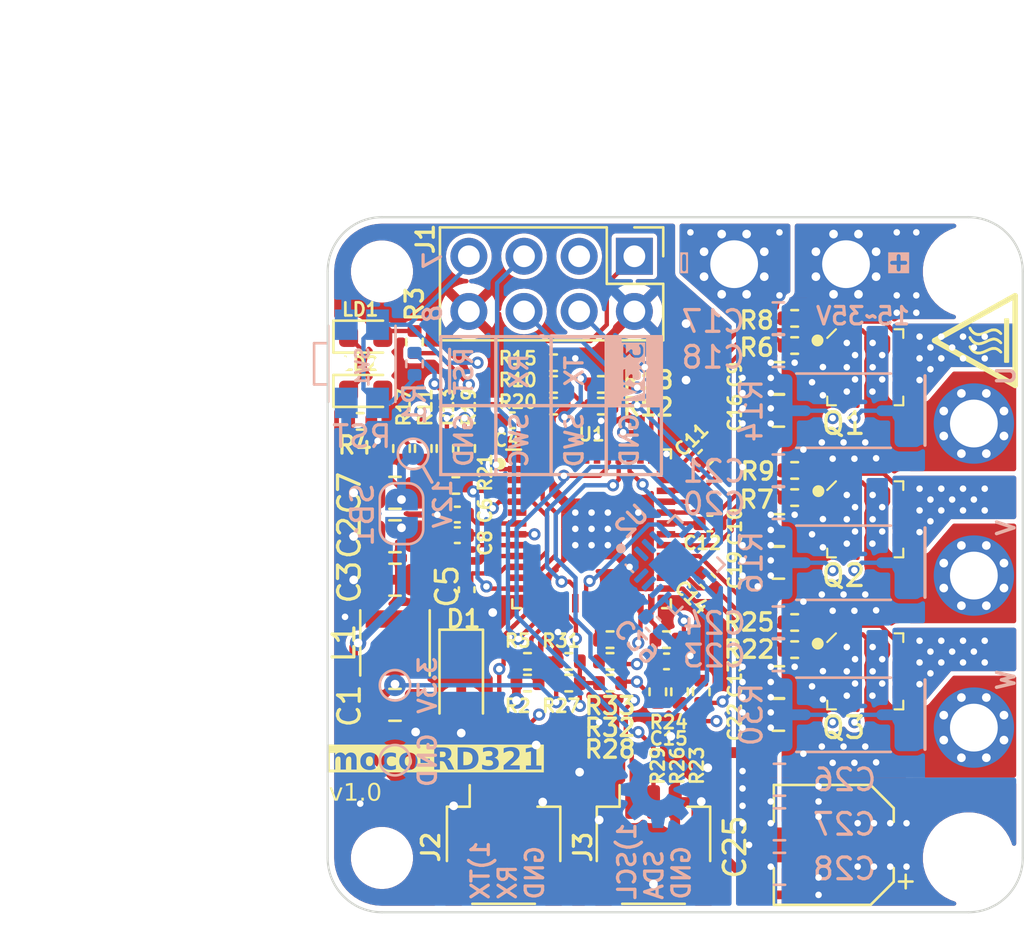
<source format=kicad_pcb>
(kicad_pcb (version 20221018) (generator pcbnew)
  (title_block (title "moco-RD321") (rev "1.0") (comment 1 "BLDC motor controller/driver") (comment 2 "STSPIN32F0A MCU/Gate driver and SiZ250DT Dual N-MOSFET") (comment 3 "MIT license (Open source hardware)") (comment 4 "https://github.com/ziteh/moco"))
  (layers (0 "F.Cu" signal) (1 "In1.Cu" signal) (2 "In2.Cu" signal) (31 "B.Cu" signal) (34 "B.Paste" user) (35 "F.Paste" user) (36 "B.SilkS" user "B.Silkscreen") (37 "F.SilkS" user "F.Silkscreen") (38 "B.Mask" user) (39 "F.Mask" user) (44 "Edge.Cuts" user))
  (net 0 "")
  (net 2 "GND")
  (net 3 "VBUS")
  (net 4 "+12V")
  (net 5 "/~{RESET}")
  (net 6 "Net-(D1-K)")
  (net 7 "/Triple Half-bridge/OUTU")
  (net 8 "GNDPWR")
  (net 9 "/Triple Half-bridge/OUTV")
  (net 10 "/Triple Half-bridge/OUTW")
  (net 11 "Net-(U1F-OP2P)")
  (net 12 "Net-(U1F-OP2N)")
  (net 13 "Net-(U1G-OP1N)")
  (net 14 "Net-(U1G-OP1P)")
  (net 15 "/OC_COMP")
  (net 16 "Net-(U1B-HSW)")
  (net 17 "/Triple Half-bridge/RSU+")
  (net 18 "Net-(U1B-VBOOTW)")
  (net 19 "Net-(U1B-LSW)")
  (net 20 "Net-(U1C-HSV)")
  (net 21 "Net-(U1C-VBOOTV)")
  (net 22 "Net-(U1C-LSV)")
  (net 23 "Net-(U1D-HSU)")
  (net 24 "Net-(U1D-VBOOTU)")
  (net 25 "Net-(U1D-LSU)")
  (net 26 "/SWDIO")
  (net 27 "/SWCLK")
  (net 28 "Net-(U1E-OP3P)")
  (net 29 "Net-(U1E-OP3N)")
  (net 30 "+3.3V")
  (net 31 "/Triple Half-bridge/US")
  (net 32 "/Triple Half-bridge/RSV+")
  (net 33 "Net-(Q1-G1)")
  (net 34 "Net-(Q1-G2)")
  (net 35 "Net-(Q2-G1)")
  (net 36 "Net-(Q2-G2)")
  (net 37 "Net-(Q3-G1)")
  (net 38 "Net-(Q3-G2)")
  (net 39 "/CUR_SEN_V")
  (net 40 "/USER_LED")
  (net 41 "/PF1")
  (net 42 "/CUR_SEN_U")
  (net 43 "/USART1_TX")
  (net 44 "/USART1_RX")
  (net 45 "/CUR_SEN_W")
  (net 46 "/SPI_SCLK")
  (net 47 "/SPI_MISO")
  (net 48 "/SPI_MOSI")
  (net 49 "/SPI_~{CS}_RS")
  (net 50 "/I2C1_SCL")
  (net 51 "/I2C1_SDA")
  (net 53 "/ Rotary Sensor/A")
  (net 54 "/ Rotary Sensor/Z")
  (net 55 "/ Rotary Sensor/B")
  (net 61 "Net-(LD1-A)")
  (net 62 "Net-(LD2-A)")
  (net 63 "/Triple Half-bridge/VS")
  (net 64 "/VM_SENSE")
  (net 65 "/Triple Half-bridge/RSU-")
  (net 66 "/Triple Half-bridge/RSV-")
  (net 67 "/Triple Half-bridge/RSW+")
  (net 68 "/Triple Half-bridge/WS")
  (net 69 "/Triple Half-bridge/RSW-")
  (footprint "Capacitor_SMD:C_0402_1005Metric" (layer "F.Cu") (at 105.5 50.75 135)
    (fp_text reference "C14")
    (fp_text value "100nF/50V")
  )
  (footprint "MountingHole:MountingHole_2.2mm_M2_ISO14580" (layer "F.Cu") (at 90.5 36.5 90)
    (fp_text reference "H3" hide)
    (fp_text value "MountingHole" hide)
  )
  (footprint "Diode_SMD:D_SOD-123F" (layer "F.Cu") (at 94.15 55.2 -90)
    (fp_text reference "D1")
    (fp_text value "STPS0560Z")
  )
  (footprint "Resistor_SMD:R_0402_1005Metric" (layer "F.Cu") (at 98.4 41.7)
    (fp_text reference "R10")
    (fp_text value "24k")
  )
  (footprint "Capacitor_SMD:C_0805_2012Metric" (layer "F.Cu") (at 91.1 46.69 180)
    (fp_text reference "C7")
    (fp_text value "10uF/50V")
  )
  (footprint "LED_SMD:LED_0603_1608Metric" (layer "F.Cu") (at 89.75 39.5)
    (fp_text reference "LD1")
    (fp_text value "Red")
  )
  (footprint "Resistor_SMD:R_0402_1005Metric" (layer "F.Cu") (at 93.4 44.65 -90)
    (fp_text reference "R13")
    (fp_text value "1.78k")
  )
  (footprint "Resistor_SMD:R_0402_1005Metric" (layer "F.Cu") (at 109.5 53.909)
    (fp_text reference "R22")
    (fp_text value "10R")
  )
  (footprint "Resistor_SMD:R_0402_1005Metric" (layer "F.Cu") (at 92.4 44.65 -90)
    (fp_text reference "R11")
    (fp_text value "24k")
  )
  (footprint "Resistor_SMD:R_0402_1005Metric" (layer "F.Cu") (at 109.5 46.909)
    (fp_text reference "R7")
    (fp_text value "10R")
  )
  (footprint "Capacitor_SMD:CP_Elec_5x5.8" (layer "F.Cu") (at 111.3 62.9 180)
    (fp_text reference "C25")
    (fp_text value "22uF/50V")
  )
  (footprint "MountingHole:MountingHole_2.2mm_M2_ISO14580" (layer "F.Cu") (at 90.5 63.5 90)
    (fp_text reference "H2" hide)
    (fp_text value "MountingHole" hide)
  )
  (footprint "Capacitor_SMD:C_0402_1005Metric" (layer "F.Cu") (at 96.5 43.35 180)
    (fp_text reference "C4")
    (fp_text value "100nF")
  )
  (footprint "Capacitor_SMD:C_0805_2012Metric" (layer "F.Cu") (at 108.75 55.409)
    (fp_text reference "C13")
    (fp_text value "220nF/50V")
  )
  (footprint "Resistor_SMD:R_0402_1005Metric" (layer "F.Cu") (at 103.6 53.45 180)
    (fp_text reference "R24")
    (fp_text value "6.8k")
  )
  (footprint "moco:wire_2.2mm" (layer "F.Cu") (at 117.75 57.5 90)
    (fp_text reference "J8" hide)
    (fp_text value "W" hide)
  )
  (footprint "Resistor_SMD:R_0402_1005Metric" (layer "F.Cu") (at 99.1 54.45 180)
    (fp_text reference "R31")
    (fp_text value "24k")
  )
  (footprint "Capacitor_SMD:C_0805_2012Metric" (layer "F.Cu") (at 91.1 48.69 180)
    (fp_text reference "C2")
    (fp_text value "220nF/50V")
  )
  (footprint "moco:wire_2.2mm_rectagnel" (layer "F.Cu") (at 111.864181 36.164181 -90)
    (fp_text reference "J4" hide)
    (fp_text value "V+" hide)
  )
  (footprint "moco:PowerPAIR_3x3S_TP" (layer "F.Cu") (at 112.75 54.909)
    (fp_text reference "Q3")
    (fp_text value "SiZ250DT")
  )
  (footprint "Capacitor_SMD:C_0402_1005Metric" (layer "F.Cu") (at 93.97 47.69 180)
    (fp_text reference "C6")
    (fp_text value "100nF")
  )
  (footprint "Capacitor_SMD:C_0402_1005Metric" (layer "F.Cu") (at 103.6 54.45)
    (fp_text reference "C15")
    (fp_text value "1nF")
  )
  (footprint "moco:wire_2.2mm" (layer "F.Cu") (at 106.714181 36.164181 -90)
    (fp_text reference "J5" hide)
    (fp_text value "V-" hide)
  )
  (footprint "Resistor_SMD:R_0402_1005Metric" (layer "F.Cu") (at 103.2 55.85 90)
    (fp_text reference "R29")
    (fp_text value "2.2k")
  )
  (footprint "moco:wire_2.2mm" (layer "F.Cu") (at 117.75 50.5 90)
    (fp_text reference "J7" hide)
    (fp_text value "V" hide)
  )
  (footprint "Resistor_SMD:R_0402_1005Metric" (layer "F.Cu") (at 105.2 55.85 90)
    (fp_text reference "R23")
    (fp_text value "2.2k")
  )
  (footprint "Resistor_SMD:R_0402_1005Metric" (layer "F.Cu") (at 94.4 44.65 -90)
    (fp_text reference "R19")
    (fp_text value "1.78k")
  )
  (footprint "Resistor_SMD:R_0402_1005Metric" (layer "F.Cu") (at 109.5 45.659)
    (fp_text reference "R9")
    (fp_text value "10R")
  )
  (footprint "Resistor_SMD:R_0402_1005Metric" (layer "F.Cu") (at 109.5 39.909)
    (fp_text reference "R6")
    (fp_text value "10R")
  )
  (footprint "Inductor_SMD:L_Taiyo-Yuden_MD-3030" (layer "F.Cu") (at 91.1 53.6 90)
    (fp_text reference "L1")
    (fp_text value "22uH")
  )
  (footprint "moco:wire_2.2mm" (layer "F.Cu") (at 117.75 43.5 90)
    (fp_text reference "J6" hide)
    (fp_text value "U" hide)
  )
  (footprint "Capacitor_SMD:C_0805_2012Metric" (layer "F.Cu") (at 91.1 56.45)
    (fp_text reference "C1")
    (fp_text value "47uF")
  )
  (footprint "Resistor_SMD:R_0402_1005Metric" (layer "F.Cu") (at 101 54.45 180)
    (fp_text reference "R32")
    (fp_text value "1.78k")
  )
  (footprint "Resistor_SMD:R_0402_1005Metric" (layer "F.Cu") (at 101 53.45 180)
    (fp_text reference "R33")
    (fp_text value "12k")
  )
  (footprint "moco:VFQFN-48_7x7_EP2.8mm_Pitch0.5mm" (layer "F.Cu") (at 100.15 48.35)
    (fp_text reference "U1")
    (fp_text value "STSPIN32F0A")
  )
  (footprint "Resistor_SMD:R_0402_1005Metric" (layer "F.Cu") (at 98.4 40.7)
    (fp_text reference "R15")
    (fp_text value "24k")
  )
  (footprint "Capacitor_SMD:C_0402_1005Metric" (layer "F.Cu") (at 94.4 51.15 -90)
    (fp_text reference "C5")
    (fp_text value "100nF")
  )
  (footprint "Capacitor_SMD:C_0805_2012Metric" (layer "F.Cu") (at 108.75 48.409)
    (fp_text reference "C10")
    (fp_text value "220nF/50V")
  )
  (footprint "Resistor_SMD:R_0402_1005Metric" (layer "F.Cu") (at 100.6 41.7 180)
    (fp_text reference "R18")
    (fp_text value "1.78k")
  )
  (footprint "Resistor_SMD:R_0402_1005Metric" (layer "F.Cu") (at 99.1 55.45)
    (fp_text reference "R27")
    (fp_text value "24k")
  )
  (footprint "Resistor_SMD:R_0402_1005Metric" (layer "F.Cu") (at 104.2 55.85 90)
    (fp_text reference "R26")
    (fp_text value "2.2k")
  )
  (footprint "Capacitor_SMD:C_0805_2012Metric" (layer "F.Cu") (at 108.75 42.909 180)
    (fp_text reference "C16")
    (fp_text value "10uF/50V")
  )
  (footprint "Resistor_SMD:R_0402_1005Metric" (layer "F.Cu") (at 109.5 38.659)
    (fp_text reference "R8")
    (fp_text value "10R")
  )
  (footprint "LED_SMD:LED_0603_1608Metric" (layer "F.Cu") (at 89.75 42)
    (fp_text reference "LD2")
    (fp_text value "Blue")
  )
  (footprint "Capacitor_SMD:C_0805_2012Metric" (layer "F.Cu") (at 91.1 50.69 180)
    (fp_text reference "C3")
    (fp_text value "10uF/50V")
  )
  (footprint "Resistor_SMD:R_0402_1005Metric" (layer "F.Cu") (at 101 55.45 180)
    (fp_text reference "R28")
    (fp_text value "1.78k")
  )
  (footprint "Resistor_SMD:R_0402_1005Metric" (layer "F.Cu") (at 109.5 52.659)
    (fp_text reference "R25")
    (fp_text value "10R")
  )
  (footprint "Connector_PinHeader_2.54mm:PinHeader_2x04_P2.54mm_Vertical" (layer "F.Cu") (at 102.12 35.8 -90)
    (fp_text reference "J1")
    (fp_text value "Debug")
  )
  (footprint "Capacitor_SMD:C_0402_1005Metric" (layer "F.Cu") (at 93.97 48.64 180)
    (fp_text reference "C8")
    (fp_text value "100nF")
  )
  (footprint "NetTie:NetTie-2_SMD_Pad0.5mm" (layer "F.Cu") (at 106.7 58.65 180)
    (fp_text reference "NT1" hide)
    (fp_text value "NetTie_2" hide)
  )
  (footprint "Connector_JST:JST_SH_SM03B-SRSS-TB_1x03-1MP_P1.00mm_Horizontal" (layer "F.Cu") (at 96.1 62.925)
    (fp_text reference "J2")
    (fp_text value "Serial")
  )
  (footprint "Resistor_SMD:R_0402_1005Metric" (layer "F.Cu") (at 98.4 42.7 180)
    (fp_text reference "R20")
    (fp_text value "12k")
  )
  (footprint "MountingHole:MountingHole_2.2mm_M2_ISO14580" (layer "F.Cu") (at 117.5 63.5)
    (fp_text reference "H4" hide)
    (fp_text value "MountingHole" hide)
  )
  (footprint "moco:PowerPAIR_3x3S_TP" (layer "F.Cu") (at 112.75 40.909)
    (fp_text reference "Q1")
    (fp_text value "SiZ250DT")
  )
  (footprint "Resistor_SMD:R_0402_1005Metric" (layer "F.Cu") (at 91.4 44.65 -90)
    (fp_text reference "R17")
    (fp_text value "24k")
  )
  (footprint "Resistor_SMD:R_0402_1005Metric" (layer "F.Cu") (at 93.9 46.35)
    (fp_text reference "R21")
    (fp_text value "12k")
  )
  (footprint "Capacitor_SMD:C_0402_1005Metric" (layer "F.Cu") (at 105.4 45.05 -135)
    (fp_text reference "C11")
    (fp_text value "100nF/50V")
  )
  (footprint "Resistor_SMD:R_0402_1005Metric" (layer "F.Cu") (at 97.2 55.45 180)
    (fp_text reference "R2")
    (fp_text value "100k")
  )
  (footprint "Resistor_SMD:R_0402_1005Metric" (layer "F.Cu") (at 97.2 54.45 180)
    (fp_text reference "R5")
    (fp_text value "10k")
  )
  (footprint "Resistor_SMD:R_0402_1005Metric" (layer "F.Cu") (at 89.5 43.4)
    (fp_text reference "R4")
    (fp_text value "1k")
  )
  (footprint "Connector_JST:JST_SH_SM03B-SRSS-TB_1x03-1MP_P1.00mm_Horizontal" (layer "F.Cu") (at 103 62.925)
    (fp_text reference "J3")
    (fp_text value "I^{2}C")
  )
  (footprint "moco:PowerPAIR_3x3S_TP" (layer "F.Cu") (at 112.75 47.909)
    (fp_text reference "Q2")
    (fp_text value "SiZ250DT")
  )
  (footprint "Capacitor_SMD:C_0805_2012Metric" (layer "F.Cu") (at 108.75 56.909 180)
    (fp_text reference "C22")
    (fp_text value "10uF/50V")
  )
  (footprint "Capacitor_SMD:C_0805_2012Metric" (layer "F.Cu") (at 108.75 49.909 180)
    (fp_text reference "C19")
    (fp_text value "10uF/50V")
  )
  (footprint "Capacitor_SMD:C_0805_2012Metric" (layer "F.Cu") (at 108.75 41.409)
    (fp_text reference "C9")
    (fp_text value "220nF/50V")
  )
  (footprint "MountingHole:MountingHole_2.2mm_M2_ISO14580" (layer "F.Cu") (at 117.5 36.5 90)
    (fp_text reference "H1" hide)
    (fp_text value "MountingHole" hide)
  )
  (footprint "Resistor_SMD:R_0402_1005Metric" (layer "F.Cu") (at 92 39.75 90)
    (fp_text reference "R3")
    (fp_text value "1k")
  )
  (footprint "Capacitor_SMD:C_0402_1005Metric" (layer "F.Cu") (at 105.6 48.1 180)
    (fp_text reference "C12")
    (fp_text value "100nF/50V")
  )
  (footprint "Resistor_SMD:R_0402_1005Metric" (layer "F.Cu") (at 100.6 42.7 180)
    (fp_text reference "R12")
    (fp_text value "1.78k")
  )
  (footprint "Capacitor_SMD:C_0805_2012Metric" (layer "B.Cu") (at 108.8 64 180)
    (fp_text reference "C28")
    (fp_text value "10uF/50V")
  )
  (footprint "Resistor_SMD:R_2512_6332Metric" (layer "B.Cu") (at 111.75 49.909 180)
    (fp_text reference "R16")
    (fp_text value "20mΩ/3W")
  )
  (footprint "Resistor_SMD:R_0402_1005Metric" (layer "B.Cu") (at 92 40.75 90)
    (fp_text reference "R1")
    (fp_text value "10k")
  )
  (footprint "TestPoint:TestPoint_Pad_D1.0mm" (layer "B.Cu") (at 91.935 44.9)
    (fp_text reference "TP2" hide)
    (fp_text value "12V")
  )
  (footprint "Jumper:SolderJumper-2_P1.3mm_Open_RoundedPad1.0x1.5mm" (layer "B.Cu") (at 91.4 47.65 -90)
    (fp_text reference "SB1")
    (fp_text value "SolderJumper_2_Open")
  )
  (footprint "Capacitor_SMD:C_0805_2012Metric" (layer "B.Cu") (at 108.75 52.659 180)
    (fp_text reference "C24")
    (fp_text value "10uF/50V")
  )
  (footprint "TestPoint:TestPoint_Pad_D1.0mm" (layer "B.Cu") (at 91.1 59)
    (fp_text reference "TP3" hide)
    (fp_text value "GND")
  )
  (footprint "NetTie:NetTie-2_SMD_Pad0.5mm" (layer "B.Cu") (at 114 56.909)
    (fp_text reference "NT6" hide)
    (fp_text value "NetTie_2" hide)
  )
  (footprint "Capacitor_SMD:C_0805_2012Metric" (layer "B.Cu") (at 108.75 54.159 180)
    (fp_text reference "C23")
    (fp_text value "10uF/50V")
  )
  (footprint "Resistor_SMD:R_2512_6332Metric" (layer "B.Cu") (at 111.75 42.909 180)
    (fp_text reference "R14")
    (fp_text value "20mΩ/3W")
  )
  (footprint "Capacitor_SMD:C_0805_2012Metric" (layer "B.Cu") (at 108.8 61.95 180)
    (fp_text reference "C27")
    (fp_text value "10uF/50V")
  )
  (footprint "Package_DFN_QFN:QFN-16-1EP_3x3mm_P0.5mm_EP1.75x1.75mm" (layer "B.Cu") (at 104 50 -45)
    (fp_text reference "U2")
    (fp_text value "MA702")
  )
  (footprint "Button_Switch_SMD:SW_SPST_EVQP7C" (layer "B.Cu") (at 89.575 40.75 90)
    (fp_text reference "SW1")
    (fp_text value "RESET")
  )
  (footprint "Capacitor_SMD:C_0805_2012Metric" (layer "B.Cu") (at 108.75 45.659 180)
    (fp_text reference "C21")
    (fp_text value "10uF/50V")
  )
  (footprint "NetTie:NetTie-2_SMD_Pad0.5mm" (layer "B.Cu") (at 109.5 49.909 180)
    (fp_text reference "NT5" hide)
    (fp_text value "NetTie_2" hide)
  )
  (footprint "Capacitor_SMD:C_0805_2012Metric" (layer "B.Cu") (at 108.8 59.9 180)
    (fp_text reference "C26")
    (fp_text value "10uF/50V")
  )
  (footprint "Capacitor_SMD:C_0805_2012Metric" (layer "B.Cu") (at 108.75 47.159 180)
    (fp_text reference "C20")
    (fp_text value "10uF/50V")
  )
  (footprint "Capacitor_SMD:C_0805_2012Metric" (layer "B.Cu") (at 108.75 38.659 180)
    (fp_text reference "C17")
    (fp_text value "10uF/50V")
  )
  (footprint "Capacitor_SMD:C_0805_2012Metric" (layer "B.Cu") (at 108.75 40.159 180)
    (fp_text reference "C18")
    (fp_text value "10uF/50V")
  )
  (footprint "NetTie:NetTie-2_SMD_Pad0.5mm" (layer "B.Cu") (at 109.5 42.909 180)
    (fp_text reference "NT4" hide)
    (fp_text value "NetTie_2" hide)
  )
  (footprint "Resistor_SMD:R_2512_6332Metric" (layer "B.Cu") (at 111.75 56.909 180)
    (fp_text reference "R30")
    (fp_text value "20mΩ/3W")
  )
  (footprint "NetTie:NetTie-2_SMD_Pad0.5mm" (layer "B.Cu") (at 114 42.909)
    (fp_text reference "NT2" hide)
    (fp_text value "NetTie_2" hide)
  )
  (footprint "TestPoint:TestPoint_Pad_D1.0mm" (layer "B.Cu") (at 91.1 55.55)
    (fp_text reference "TP1" hide)
    (fp_text value "3.3V")
  )
  (footprint "Capacitor_SMD:C_0402_1005Metric" (layer "B.Cu") (at 102.9871 52.7347 135)
    (fp_text reference "C29")
    (fp_text value "1uF")
  )
  (footprint "NetTie:NetTie-2_SMD_Pad0.5mm" (layer "B.Cu") (at 109.5 56.909 180)
    (fp_text reference "NT7" hide)
    (fp_text value "NetTie_2" hide)
  )
  (footprint "NetTie:NetTie-2_SMD_Pad0.5mm" (layer "B.Cu") (at 114 49.909)
    (fp_text reference "NT3" hide)
    (fp_text value "NetTie_2" hide)
  )
  (gr_poly (pts (xy 101.434622 60.574996) (xy 101.434697 60.576003) (xy 101.43482 60.577005) (xy 101.434991 60.578001) (xy 101.435207 60.578989) (xy 101.435468 60.579967) (xy 101.435772 60.580935) (xy 101.436119 60.581889) (xy 101.436506 60.58283) (xy 101.436934 60.583756) (xy 101.437399 60.584664) (xy 101.437902 60.585555) (xy 101.438441 60.586425) (xy 101.439015 60.587274) (xy 101.439623 60.588099) (xy 101.440262 60.588901) (xy 101.440933 60.589677) (xy 101.441634 60.590425) (xy 101.442363 60.591144) (xy 101.44312 60.591833) (xy 101.443903 60.59249) (xy 101.44471 60.593114) (xy 101.445542 60.593703) (xy 101.446395 60.594255) (xy 101.44727 60.59477) (xy 101.448165 60.595246) (xy 101.449079 60.59568) (xy 101.45001 60.596073) (xy 101.450958 60.596421) (xy 101.45192 60.596724) (xy 101.452896 60.596981) (xy 101.453885 60.597189) (xy 101.903756 60.68093) (xy 101.904753 60.681141) (xy 101.905753 60.681398) (xy 101.907757 60.682042) (xy 101.909755 60.68285) (xy 101.911733 60.683811) (xy 101.913679 60.684913) (xy 101.915579 60.686146) (xy 101.917421 60.687497) (xy 101.919191 60.688957) (xy 101.920877 60.690512) (xy 101.922465 60.692153) (xy 101.923942 60.693868) (xy 101.925295 60.695645) (xy 101.926512 60.697474) (xy 101.927578 60.699343) (xy 101.928051 60.700288) (xy 101.928482 60.70124) (xy 101.928868 60.702196) (xy 101.929209 60.703155) (xy 102.052637 61.004674) (xy 102.053462 61.006547) (xy 102.054151 61.008534) (xy 102.054705 61.010616) (xy 102.055125 61.012777) (xy 102.055414 61.014999) (xy 102.055571 61.017264) (xy 102.055599 61.019555) (xy 102.055498 61.021855) (xy 102.05527 61.024146) (xy 102.054915 61.02641) (xy 102.054435 61.02863) (xy 102.053832 61.030789) (xy 102.053105 61.032869) (xy 102.052258 61.034853) (xy 102.05129 61.036723) (xy 102.050203 61.038461) (xy 101.792287 61.414302) (xy 101.791736 61.415148) (xy 101.791227 61.41602) (xy 101.790761 61.416915) (xy 101.790338 61.417831) (xy 101.789957 61.418766) (xy 101.789619 61.419719) (xy 101.789322 61.420687) (xy 101.789068 61.421669) (xy 101.788855 61.422663) (xy 101.788683 61.423666) (xy 101.788464 61.425694) (xy 101.788409 61.427738) (xy 101.788517 61.429783) (xy 101.788786 61.431814) (xy 101.789214 61.433814) (xy 101.789802 61.435769) (xy 101.790154 61.436725) (xy 101.790546 61.437664) (xy 101.790976 61.438584) (xy 101.791446 61.439483) (xy 101.791954 61.440359) (xy 101.7925 61.441211) (xy 101.793084 61.442036) (xy 101.793707 61.442832) (xy 101.794367 61.443598) (xy 101.795065 61.444332) (xy 102.111586 61.760853) (xy 102.11232 61.761551) (xy 102.113086 61.762211) (xy 102.113883 61.762833) (xy 102.114709 61.763416) (xy 102.115561 61.763962) (xy 102.116438 61.764468) (xy 102.118258 61.765365) (xy 102.120155 61.766106) (xy 102.122113 61.76669) (xy 102.124116 61.767116) (xy 102.126148 61.767382) (xy 102.128196 61.767487) (xy 102.130242 61.767431) (xy 102.132273 61.767212) (xy 102.134271 61.766828) (xy 102.136223 61.76628) (xy 102.137177 61.765943) (xy 102.138113 61.765565) (xy 102.139029 61.765145) (xy 102.139924 61.764682) (xy 102.140796 61.764178) (xy 102.141643 61.763631) (xy 102.511001 61.510213) (xy 102.512747 61.509123) (xy 102.51462 61.508156) (xy 102.516603 61.507312) (xy 102.518678 61.506593) (xy 102.520829 61.506) (xy 102.523039 61.505534) (xy 102.525291 61.505196) (xy 102.527568 61.504987) (xy 102.529852 61.504909) (xy 102.532127 61.504962) (xy 102.534376 61.505147) (xy 102.536581 61.505465) (xy 102.538726 61.505918) (xy 102.540794 61.506507) (xy 102.542768 61.507233) (xy 102.54463 61.508096) (xy 102.855674 61.64142) (xy 102.857584 61.642181) (xy 102.859476 61.643118) (xy 102.86134 61.644215) (xy 102.863164 61.645461) (xy 102.864936 61.646842) (xy 102.866646 61.648345) (xy 102.868282 61.649956) (xy 102.869833 61.651663) (xy 102.871287 61.653452) (xy 102.872633 61.65531) (xy 102.873861 61.657223) (xy 102.874958 61.659179) (xy 102.875914 61.661165) (xy 102.876717 61.663166) (xy 102.877356 61.66517) (xy 102.87782 61.667164) (xy 102.958703 62.102112) (xy 102.958916 62.103099) (xy 102.959176 62.104073) (xy 102.959484 62.105033) (xy 102.959836 62.105979) (xy 102.960231 62.106908) (xy 102.960668 62.10782) (xy 102.961146 62.108713) (xy 102.961663 62.109586) (xy 102.962808 62.111269) (xy 102.964092 62.112856) (xy 102.965502 62.11434) (xy 102.967027 62.115709) (xy 102.968656 62.116953) (xy 102.970376 62.118064) (xy 102.972175 62.11903) (xy 102.973101 62.119456) (xy 102.974043 62.119842) (xy 102.974999 62.120187) (xy 102.975967 62.120489) (xy 102.976947 62.120748) (xy 102.977936 62.120963) (xy 102.978933 62.121131) (xy 102.979937 62.121252) (xy 102.980946 62.121325) (xy 102.981959 62.121348) (xy 103.429608 62.121295) (xy 103.430619 62.121269) (xy 103.431627 62.121194) (xy 103.43263 62.121071) (xy 103.433626 62.1209) (xy 103.434615 62.120683) (xy 103.435595 62.120422) (xy 103.436564 62.120117) (xy 103.43752 62.119769) (xy 103.438463 62.119381) (xy 103.43939 62.118953) (xy 103.440301 62.118486) (xy 103.441193 62.117982) (xy 103.442065 62.117443) (xy 103.442916 62.116868) (xy 103.443744 62.11626) (xy 103.444547 62.115619) (xy 103.445324 62.114948) (xy 103.446074 62.114247) (xy 103.446795 62.113517) (xy 103.447486 62.11276) (xy 103.448144 62.111978) (xy 103.448769 62.11117) (xy 103.449359 62.110339) (xy 103.449912 62.109485) (xy 103.450427 62.108611) (xy 103.450902 62.107717) (xy 103.451337 62.106804) (xy 103.451728 62.105874) (xy 103.452076 62.104928) (xy 103.452378 62.103967) (xy 103.452632 62.102993) (xy 103.452838 62.102007) (xy 103.53179 61.677747) (xy 103.531995 61.676748) (xy 103.532246 61.675748) (xy 103.532542 61.674746) (xy 103.532881 61.673746) (xy 103.533684 61.671754) (xy 103.534643 61.669786) (xy 103.535746 61.667854) (xy 103.536982 61.66597) (xy 103.53834 61.664147) (xy 103.539807 61.662398) (xy 103.541372 61.660735) (xy 103.543024 61.659172) (xy 103.54475 61.657721) (xy 103.546539 61.656394) (xy 103.54838 61.655204) (xy 103.55026 61.654164) (xy 103.552169 61.653287) (xy 103.55313 61.652913) (xy 103.554094 61.652585) (xy 103.884956 61.520135) (xy 103.886838 61.519316) (xy 103.888831 61.518632) (xy 103.890918 61.518084) (xy 103.893081 61.51767) (xy 103.895304 61.517387) (xy 103.897569 61.517236) (xy 103.899859 61.517214) (xy 103.902157 61.51732) (xy 103.904445 61.517553) (xy 103.906706 61.517912) (xy 103.908923 61.518395) (xy 103.911079 61.519) (xy 103.913156 61.519727) (xy 103.915137 61.520574) (xy 103.917005 61.521539) (xy 103.918743 61.522622) (xy 104.269925 61.763631) (xy 104.270771 61.764182) (xy 104.271644 61.764691) (xy 104.272539 61.765156) (xy 104.273456 61.76558) (xy 104.274393 61.76596) (xy 104.275347 61.766299) (xy 104.276317 61.766596) (xy 104.2773 61.76685) (xy 104.278296 61.767063) (xy 104.279301 61.767235) (xy 104.281334 61.767454) (xy 104.283383 61.767509) (xy 104.285433 61.767401) (xy 104.287468 61.767132) (xy 104.289473 61.766703) (xy 104.291433 61.766116) (xy 104.292391 61.765764) (xy 104.293332 61.765372) (xy 104.294253 61.764941) (xy 104.295154 61.764472) (xy 104.296032 61.763964) (xy 104.296884 61.763418) (xy 104.29771 61.762834) (xy 104.298508 61.762211) (xy 104.299274 61.761551) (xy 104.300008 61.760853) (xy 104.616529 61.444279) (xy 104.617222 61.44355) (xy 104.617878 61.442788) (xy 104.618496 61.441995) (xy 104.619077 61.441173) (xy 104.61962 61.440324) (xy 104.620124 61.439449) (xy 104.621018 61.437633) (xy 104.621758 61.435739) (xy 104.622342 61.433784) (xy 104.622769 61.431782) (xy 104.623038 61.42975) (xy 104.623146 61.427702) (xy 104.623093 61.425655) (xy 104.622877 61.423623) (xy 104.622497 61.421623) (xy 104.621951 61.41967) (xy 104.621616 61.418716) (xy 104.621239 61.41778) (xy 104.620819 61.416863) (xy 104.620358 61.415967) (xy 104.619854 61.415095) (xy 104.619307 61.414249) (xy 104.382531 61.069258) (xy 104.381452 61.067524) (xy 104.380505 61.065667) (xy 104.379692 61.063703) (xy 104.379012 61.06165) (xy 104.378467 61.059524) (xy 104.378055 61.057343) (xy 104.377779 61.055123) (xy 104.377637 61.052881) (xy 104.37763 61.050634) (xy 104.377759 61.048399) (xy 104.378023 61.046192) (xy 104.378424 61.044032) (xy 104.378961 61.041934) (xy 104.379635 61.039916) (xy 104.380446 61.037994) (xy 104.381394 61.036185) (xy 104.462621 60.88405) (xy 104.463053 60.88314) (xy 104.463434 60.882223) (xy 104.463762 60.8813) (xy 104.46404 60.880372) (xy 104.464266 60.879442) (xy 104.464443 60.87851) (xy 104.464571 60.877579) (xy 104.46465 60.876649) (xy 104.46468 60.875724) (xy 104.464663 60.874803) (xy 104.464599 60.873889) (xy 104.464489 60.872983) (xy 104.464332 60.872087) (xy 104.46413 60.871203) (xy 104.463884 60.870331) (xy 104.463593 60.869475) (xy 104.463259 60.868634) (xy 104.462882 60.867811) (xy 104.462462 60.867008) (xy 104.462001 60.866225) (xy 104.461498 60.865466) (xy 104.460955 60.86473) (xy 104.460371 60.86402) (xy 104.459748 60.863337) (xy 104.459087 60.862683) (xy 104.458387 60.862059) (xy 104.457649 60.861468) (xy 104.456874 60.86091) (xy 104.456062 60.860388) (xy 104.455214 60.859902) (xy 104.454331 60.859454) (xy 104.453413 60.859047) (xy 103.695435 60.545383) (xy 103.694492 60.54502) (xy 103.693535 60.544706) (xy 103.692565 60.544439) (xy 103.691585 60.544218) (xy 103.690595 60.544044) (xy 103.689599 60.543916) (xy 103.688597 60.543832) (xy 103.687592 60.543793) (xy 103.686585 60.543798) (xy 103.685578 60.543846) (xy 103.684573 60.543936) (xy 103.683572 60.544069) (xy 103.682576 60.544243) (xy 103.681587 60.544457) (xy 103.680608 60.544712) (xy 103.679639 60.545006) (xy 103.678684 60.545339) (xy 103.677742 60.545711) (xy 103.676817 60.54612) (xy 103.675911 60.546566) (xy 103.675024 60.547049) (xy 103.674158 60.547567) (xy 103.673317 60.548121) (xy 103.672501 60.548709) (xy 103.671711 60.549332) (xy 103.670951 60.549988) (xy 103.670222 60.550676) (xy 103.669525 60.551397) (xy 103.668862 60.55215) (xy 103.668235 60.552933) (xy 103.667647 60.553747) (xy 103.667098 60.554591) (xy 103.643788 60.592664) (xy 103.642043 60.595405) (xy 103.640051 60.59833) (xy 103.637856 60.601386) (xy 103.6355 60.604518) (xy 103.633028 60.607668) (xy 103.630483 60.610784) (xy 103.627908 60.613809) (xy 103.625347 60.616688) (xy 103.608095 60.641892) (xy 103.589364 60.665946) (xy 103.569219 60.688784) (xy 103.547725 60.71034) (xy 103.524947 60.730549) (xy 103.500951 60.749345) (xy 103.475801 60.766663) (xy 103.449564 60.782437) (xy 103.422305 60.7966) (xy 103.394088 60.809089) (xy 103.364979 60.819836) (xy 103.335043 60.828776) (xy 103.304346 60.835844) (xy 103.272952 60.840974) (xy 103.240927 60.8441) (xy 103.208337 60.845156) (xy 103.182861 60.844512) (xy 103.157719 60.8426) (xy 103.132943 60.839452) (xy 103.108563 60.835099) (xy 103.084612 60.829571) (xy 103.061119 60.8229) (xy 103.038116 60.815117) (xy 103.015635 60.806253) (xy 102.993705 60.796339) (xy 102.972359 60.785407) (xy 102.951627 60.773487) (xy 102.931541 60.76061) (xy 102.912132 60.746808) (xy 102.89343 60.732112) (xy 102.875467 60.716553) (xy 102.858274 60.700161) (xy 102.841882 60.682969) (xy 102.826322 60.665007) (xy 102.811625 60.646306) (xy 102.797823 60.626897) (xy 102.784946 60.606812) (xy 102.773026 60.586081) (xy 102.762093 60.564736) (xy 102.752179 60.542808) (xy 102.743315 60.520328) (xy 102.735532 60.497327) (xy 102.728861 60.473836) (xy 102.723333 60.449886) (xy 102.718979 60.425508) (xy 102.715831 60.400734) (xy 102.713919 60.375595) (xy 102.713275 60.350121) (xy 102.713919 60.324647) (xy 102.715831 60.299507) (xy 102.718979 60.274733) (xy 102.723333 60.250355) (xy 102.728861 60.226404) (xy 102.735532 60.202912) (xy 102.743315 60.17991) (xy 102.752179 60.157429) (xy 102.762093 60.1355) (xy 102.773026 60.114154) (xy 102.784946 60.093423) (xy 102.797823 60.073336) (xy 102.811625 60.053926) (xy 102.826322 60.035224) (xy 102.841882 60.017261) (xy 102.858274 60.000067) (xy 102.875467 59.983674) (xy 102.89343 59.968114) (xy 102.912132 59.953416) (xy 102.931541 59.939613) (xy 102.951627 59.926736) (xy 102.972359 59.914815) (xy 102.993705 59.903881) (xy 103.015635 59.893966) (xy 103.038116 59.885102) (xy 103.061119 59.877318) (xy 103.084612 59.870646) (xy 103.108563 59.865118) (xy 103.132943 59.860764) (xy 103.157719 59.857615) (xy 103.182861 59.855703) (xy 103.208337 59.855059) (xy 103.224699 59.855325) (xy 103.240927 59.856116) (xy 103.257015 59.857425) (xy 103.272952 59.859243) (xy 103.288732 59.861562) (xy 103.304346 59.864374) (xy 103.319785 59.86767) (xy 103.335043 59.871443) (xy 103.35011 59.875684) (xy 103.364979 59.880385) (xy 103.379641 59.885537) (xy 103.394088 59.891133) (xy 103.408312 59.897165) (xy 103.422305 59.903623) (xy 103.449564 59.917788) (xy 103.475802 59.933563) (xy 103.500951 59.950881) (xy 103.524947 59.969678) (xy 103.547725 59.989886) (xy 103.569219 60.011441) (xy 103.589364 60.034277) (xy 103.608095 60.058327) (xy 103.625347 60.083527) (xy 103.627908 60.086422) (xy 103.630483 60.089458) (xy 103.633028 60.09258) (xy 103.6355 60.095734) (xy 103.637856 60.098867) (xy 103.640051 60.101926) (xy 103.642043 60.104856) (xy 103.643788 60.107604) (xy 103.667098 60.145677) (xy 103.667647 60.146526) (xy 103.668235 60.147344) (xy 103.668862 60.148131) (xy 103.669525 60.148887) (xy 103.670222 60.149611) (xy 103.670951 60.150302) (xy 103.672501 60.151585) (xy 103.674158 60.15273) (xy 103.675911 60.153732) (xy 103.677742 60.154588) (xy 103.679639 60.155292) (xy 103.681587 60.155839) (xy 103.683572 60.156225) (xy 103.685578 60.156445) (xy 103.687592 60.156494) (xy 103.689599 60.156367) (xy 103.690595 60.156236) (xy 103.691585 60.15606) (xy 103.692565 60.155837) (xy 103.693535 60.155567) (xy 103.694492 60.15525) (xy 103.695435 60.154885) (xy 104.453387 59.841195) (xy 104.454305 59.840788) (xy 104.455188 59.84034) (xy 104.456036 59.839854) (xy 104.456848 59.839331) (xy 104.457624 59.838772) (xy 104.458363 59.83818) (xy 104.459063 59.837556) (xy 104.459726 59.836901) (xy 104.46035 59.836218) (xy 104.460934 59.835507) (xy 104.461478 59.83477) (xy 104.461981 59.83401) (xy 104.462444 59.833226) (xy 104.462864 59.832422) (xy 104.463242 59.831599) (xy 104.463577 59.830757) (xy 104.463868 59.8299) (xy 104.464115 59.829028) (xy 104.464317 59.828143) (xy 104.464474 59.827247) (xy 104.464585 59.826341) (xy 104.464649 59.825427) (xy 104.464666 59.824507) (xy 104.464635 59.823581) (xy 104.464555 59.822652) (xy 104.464427 59.821722) (xy 104.464249 59.820791) (xy 104.464021 59.819862) (xy 104.463742 59.818936) (xy 104.463412 59.818015) (xy 104.463029 59.817099) (xy 104.462595 59.816192) (xy 104.381367 59.664057) (xy 104.38042 59.662252) (xy 104.37961 59.660334) (xy 104.378937 59.658318) (xy 104.378401 59.656221) (xy 104.378002 59.654061) (xy 104.377739 59.651855) (xy 104.377612 59.649619) (xy 104.37762 59.647371) (xy 104.377763 59.645128) (xy 104.378041 59.642906) (xy 104.378452 59.640723) (xy 104.378997 59.638596) (xy 104.379676 59.636541) (xy 104.380487 59.634576) (xy 104.38143 59.632718) (xy 104.382505 59.630984) (xy 104.619281 59.28602) (xy 104.619827 59.285171) (xy 104.620331 59.284297) (xy 104.620793 59.283399) (xy 104.621212 59.282481) (xy 104.62159 59.281543) (xy 104.621925 59.280588) (xy 104.622219 59.279618) (xy 104.622471 59.278633) (xy 104.622681 59.277638) (xy 104.622851 59.276633) (xy 104.623066 59.274601) (xy 104.62312 59.272553) (xy 104.623011 59.270505) (xy 104.622743 59.268473) (xy 104.622316 59.266471) (xy 104.621732 59.264515) (xy 104.621382 59.263559) (xy 104.620992 59.26262) (xy 104.620564 59.261701) (xy 104.620098 59.260803) (xy 104.619593 59.259927) (xy 104.619051 59.259077) (xy 104.61847 59.258253) (xy 104.617852 59.257459) (xy 104.617196 59.256695) (xy 104.616503 59.255963) (xy 104.299981 58.939389) (xy 104.299248 58.938694) (xy 104.298481 58.938035) (xy 104.297684 58.937415) (xy 104.296858 58.936833) (xy 104.296005 58.936288) (xy 104.295128 58.935782) (xy 104.293305 58.934885) (xy 104.291407 58.934143) (xy 104.289447 58.933557) (xy 104.287442 58.933129) (xy 104.285406 58.932861) (xy 104.283356 58.932753) (xy 104.281307 58.932807) (xy 104.279275 58.933024) (xy 104.277274 58.933406) (xy 104.275321 58.933955) (xy 104.274366 58.934292) (xy 104.27343 58.934671) (xy 104.272513 58.935092) (xy 104.271617 58.935556) (xy 104.270745 58.936062) (xy 104.269898 58.936611) (xy 103.918717 59.177594) (xy 103.916979 59.178685) (xy 103.915111 59.179658) (xy 103.91313 59.180511) (xy 103.911053 59.181242) (xy 103.908897 59.181851) (xy 103.90668 59.182335) (xy 103.904419 59.182695) (xy 103.902131 59.182928) (xy 103.899833 59.183034) (xy 103.897543 59.183012) (xy 103.895278 59.182859) (xy 103.893055 59.182576) (xy 103.890892 59.18216) (xy 103.888805 59.181611) (xy 103.886812 59.180927) (xy 103.88493 59.180107) (xy 103.554068 59.047657) (xy 103.553104 59.047331) (xy 103.552143 59.046958) (xy 103.550234 59.046083) (xy 103.548353 59.045043) (xy 103.546513 59.043851) (xy 103.544723 59.042521) (xy 103.542997 59.041066) (xy 103.541346 59.039498) (xy 103.539781 59.037831) (xy 103.538314 59.036077) (xy 103.536956 59.03425) (xy 103.53572 59.032362) (xy 103.534616 59.030426) (xy 103.533657 59.028456) (xy 103.532855 59.026464) (xy 103.53222 59.024464) (xy 103.531969 59.023465) (xy 103.531764 59.022468) (xy 103.452812 58.598209) (xy 103.452606 58.59722) (xy 103.452352 58.596244) (xy 103.45205 58.595282) (xy 103.451702 58.594334) (xy 103.45131 58.593403) (xy 103.450876 58.592489) (xy 103.450401 58.591594) (xy 103.449886 58.590719) (xy 103.449332 58.589865) (xy 103.448743 58.589034) (xy 103.447459 58.587444) (xy 103.446048 58.585958) (xy 103.444521 58.584586) (xy 103.442889 58.583339) (xy 103.441167 58.582226) (xy 103.439364 58.581258) (xy 103.437494 58.580443) (xy 103.436537 58.580096) (xy 103.435569 58.579792) (xy 103.434589 58.579531) (xy 103.4336 58.579315) (xy 103.432603 58.579144) (xy 103.4316 58.579021) (xy 103.430593 58.578946) (xy 103.429582 58.578921) (xy 102.981933 58.578894) (xy 102.980922 58.57892) (xy 102.979915 58.578994) (xy 102.978913 58.579117) (xy 102.977918 58.579287) (xy 102.976931 58.579503) (xy 102.975953 58.579763) (xy 102.974986 58.580067) (xy 102.974032 58.580413) (xy 102.973092 58.580799) (xy 102.972167 58.581226) (xy 102.971259 58.581691) (xy 102.970369 58.582193) (xy 102.969499 58.582731) (xy 102.968651 58.583304) (xy 102.967825 58.583911) (xy 102.967024 58.58455) (xy 102.966248 58.58522) (xy 102.9655 58.58592) (xy 102.96478 58.586649) (xy 102.96409 58.587406) (xy 102.963432 58.588188) (xy 102.962807 58.588996) (xy 102.962217 58.589828) (xy 102.961663 58.590682) (xy 102.961146 58.591557) (xy 102.960668 58.592453) (xy 102.960231 58.593368) (xy 102.959835 58.5943) (xy 102.959484 58.595249) (xy 102.959176 58.596213) (xy 102.958916 58.597191) (xy 102.958703 58.598183) (xy 102.87782 59.033105) (xy 102.87761 59.034104) (xy 102.877356 59.035108) (xy 102.876717 59.037119) (xy 102.875914 59.039126) (xy 102.874958 59.041116) (xy 102.873861 59.043075) (xy 102.872633 59.04499) (xy 102.871287 59.046848) (xy 102.869833 59.048636) (xy 102.868282 59.050341) (xy 102.866646 59.05195) (xy 102.864936 59.053449) (xy 102.863164 59.054826) (xy 102.86134 59.056068) (xy 102.859476 59.057161) (xy 102.857584 59.058092) (xy 102.85663 59.058493) (xy 102.855674 59.058849) (xy 102.54463 59.192199) (xy 102.542768 59.193057) (xy 102.540794 59.193779) (xy 102.538726 59.194365) (xy 102.536581 59.194815) (xy 102.534376 59.195132) (xy 102.532127 59.195316) (xy 102.529852 59.195369) (xy 102.527568 59.195291) (xy 102.525291 59.195084) (xy 102.523039 59.194749) (xy 102.520829 59.194286) (xy 102.518678 59.193698) (xy 102.516603 59.192985) (xy 102.51462 59.192148) (xy 102.512747 59.191189) (xy 102.511001 59.190108) (xy 102.141643 58.936664) (xy 102.140796 58.936113) (xy 102.139924 58.935604) (xy 102.139029 58.935139) (xy 102.138113 58.934716) (xy 102.137177 58.934336) (xy 102.136223 58.933998) (xy 102.135254 58.933702) (xy 102.134271 58.933448) (xy 102.133277 58.933236) (xy 102.132273 58.933065) (xy 102.130242 58.932848) (xy 102.128196 58.932795) (xy 102.126148 58.932904) (xy 102.124116 58.933174) (xy 102.122113 58.933603) (xy 102.120155 58.93419) (xy 102.119198 58.934543) (xy 102.118258 58.934934) (xy 102.117338 58.935364) (xy 102.116438 58.935832) (xy 102.115561 58.936339) (xy 102.114709 58.936884) (xy 102.113883 58.937467) (xy 102.113086 58.938088) (xy 102.11232 58.938746) (xy 102.111586 58.939442) (xy 101.795065 59.25599) (xy 101.794367 59.256721) (xy 101.793707 59.257485) (xy 101.793084 59.25828) (xy 101.7925 59.259103) (xy 101.791954 59.259954) (xy 101.791446 59.260829) (xy 101.790546 59.262647) (xy 101.789802 59.264542) (xy 101.789215 59.266498) (xy 101.788786 59.2685) (xy 101.788517 59.270532) (xy 101.788409 59.27258) (xy 101.788464 59.274627) (xy 101.788683 59.276659) (xy 101.789068 59.27866) (xy 101.789619 59.280615) (xy 101.789957 59.28157) (xy 101.790338 59.282508) (xy 101.790761 59.283426) (xy 101.791227 59.284323) (xy 101.791736 59.285198) (xy 101.792287 59.286047) (xy 102.050203 59.661861) (xy 102.05129 59.663594) (xy 102.052258 59.66546) (xy 102.053105 59.66744) (xy 102.053832 59.669517) (xy 102.054435 59.671674) (xy 102.054915 59.673893) (xy 102.05527 59.676156) (xy 102.055498 59.678447) (xy 102.055599 59.680747) (xy 102.055571 59.683039) (xy 102.055414 59.685306) (xy 102.055126 59.68753) (xy 102.054705 59.689693) (xy 102.054151 59.691779) (xy 102.053462 59.69377) (xy 102.052637 59.695648) (xy 101.929209 59.997194) (xy 101.928482 59.999113) (xy 101.927578 60.001013) (xy 101.926512 60.002884) (xy 101.925295 60.004714) (xy 101.923942 60.006492) (xy 101.922465 60.008207) (xy 101.920877 60.009847) (xy 101.919191 60.011402) (xy 101.917421 60.012859) (xy 101.915579 60.014209) (xy 101.913679 60.01544) (xy 101.911733 60.016541) (xy 101.909755 60.0175) (xy 101.907757 60.018307) (xy 101.905753 60.01895) (xy 101.903756 60.019418) (xy 101.453885 60.103133) (xy 101.452896 60.103341) (xy 101.45192 60.103597) (xy 101.450958 60.103901) (xy 101.45001 60.104249) (xy 101.449079 60.104641) (xy 101.448165 60.105076) (xy 101.44727 60.105551) (xy 101.446395 60.106066) (xy 101.445542 60.106618) (xy 101.44471 60.107207) (xy 101.44312 60.108487) (xy 101.441634 60.109895) (xy 101.440262 60.111417) (xy 101.439015 60.113043) (xy 101.437902 60.114761) (xy 101.436934 60.116557) (xy 101.436506 60.117481) (xy 101.436119 60.118421) (xy 101.435772 60.119374) (xy 101.435468 60.12034) (xy 101.435207 60.121317) (xy 101.434991 60.122303) (xy 101.43482 60.123297) (xy 101.434697 60.124297) (xy 101.434622 60.125302) (xy 101.434597 60.12631) (xy 101.434597 60.573985)) (fill solid) (layer "B.Cu"))
  (gr_line (start 115.5 44.5) (end 115.5 41.3) (stroke (width 0.15)) (layer "B.SilkS"))
  (gr_line (start 115.5 58.5) (end 115.5 55.3) (stroke (width 0.15)) (layer "B.SilkS"))
  (gr_rect (start 102.73 39.5) (end 103.365 42.675) (stroke (width 0.15)) (fill solid) (layer "B.SilkS"))
  (gr_rect (start 100.825 39.5) (end 101.46 42.675) (stroke (width 0.15)) (fill solid) (layer "B.SilkS"))
  (gr_circle (center 101.5 49.25) (end 101.65 49.25) (stroke (width 0.15)) (fill solid) (layer "B.SilkS"))
  (gr_line (start 115.5 51.5) (end 115.5 48.3) (stroke (width 0.15)) (layer "B.SilkS"))
  (gr_line (start 92.4 45.5) (end 92.8 46.2) (stroke (width 0.15)) (layer "B.SilkS"))
  (gr_line (start 118.274209 39.320322) (end 118.332876 39.294007) (stroke (width 0.125)) (layer "F.SilkS"))
  (gr_line (start 117.872393 40.243979) (end 117.898665 40.249925) (stroke (width 0.125)) (layer "F.SilkS"))
  (gr_line (start 117.585248 39.138276) (end 117.597901 39.161378) (stroke (width 0.125)) (layer "F.SilkS"))
  (gr_line (start 118.08223 39.815043) (end 118.116183 39.805955) (stroke (width 0.125)) (layer "F.SilkS"))
  (gr_line (start 117.898665 39.822563) (end 117.926149 39.826708) (stroke (width 0.125)) (layer "F.SilkS"))
  (gr_line (start 118.332876 40.148732) (end 118.444621 40.097978) (stroke (width 0.125)) (layer "F.SilkS"))
  (gr_line (start 117.614414 39.188333) (end 117.634898 39.21791) (stroke (width 0.125)) (layer "F.SilkS"))
  (gr_line (start 118.604273 39.190985) (end 118.630595 39.187109) (stroke (width 0.125)) (layer "F.SilkS"))
  (gr_line (start 118.213146 39.345558) (end 118.274209 39.320322) (stroke (width 0.125)) (layer "F.SilkS"))
  (gr_line (start 117.80071 40.216868) (end 117.823429 40.227296) (stroke (width 0.125)) (layer "F.SilkS"))
  (gr_line (start 118.904896 39.274114) (end 118.934535 39.298907) (stroke (width 0.125)) (layer "F.SilkS"))
  (gr_line (start 117.954859 39.828899) (end 117.984809 39.828981) (stroke (width 0.125)) (layer "F.SilkS"))
  (gr_line (start 117.585248 39.993) (end 117.597901 40.016103) (stroke (width 0.125)) (layer "F.SilkS"))
  (gr_line (start 118.791356 39.207397) (end 118.819088 39.219528) (stroke (width 0.125)) (layer "F.SilkS"))
  (gr_line (start 118.577953 40.051235) (end 118.604273 40.04571) (stroke (width 0.125)) (layer "F.SilkS"))
  (gr_line (start 118.847222 39.234584) (end 118.875808 39.252726) (stroke (width 0.125)) (layer "F.SilkS"))
  (gr_line (start 117.721268 39.310094) (end 117.739441 39.324349) (stroke (width 0.125)) (layer "F.SilkS"))
  (gr_line (start 118.904896 40.128839) (end 118.934535 40.153632) (stroke (width 0.125)) (layer "F.SilkS"))
  (gr_line (start 118.630595 39.187109) (end 118.656968 39.18504) (stroke (width 0.125)) (layer "F.SilkS"))
  (gr_line (start 117.673308 39.264506) (end 117.688215 39.280019) (stroke (width 0.125)) (layer "F.SilkS"))
  (gr_line (start 117.569356 39.531723) (end 117.576346 39.547615) (stroke (width 0.125)) (layer "F.SilkS"))
  (gr_line (start 117.926149 39.399346) (end 117.954859 39.401536) (stroke (width 0.125)) (layer "F.SilkS"))
  (gr_line (start 117.758729 39.337878) (end 117.779148 39.350527) (stroke (width 0.125)) (layer "F.SilkS"))
  (gr_line (start 117.721268 40.164819) (end 117.739441 40.179074) (stroke (width 0.125)) (layer "F.SilkS"))
  (gr_line (start 118.847222 39.661946) (end 118.875808 39.680089) (stroke (width 0.125)) (layer "F.SilkS"))
  (gr_line (start 118.116183 39.805955) (end 118.149286 39.795799) (stroke (width 0.125)) (layer "F.SilkS"))
  (gr_line (start 118.763975 39.198032) (end 118.791356 39.207397) (stroke (width 0.125)) (layer "F.SilkS"))
  (gr_line (start 115.943096 39.680241) (end 119.65 37.616558) (stroke (width 0.254367)) (layer "F.SilkS"))
  (gr_line (start 117.585248 39.565638) (end 117.597901 39.588741) (stroke (width 0.125)) (layer "F.SilkS"))
  (gr_line (start 118.630595 39.614471) (end 118.656968 39.612402) (stroke (width 0.125)) (layer "F.SilkS"))
  (gr_line (start 117.597901 40.016103) (end 117.614414 40.043057) (stroke (width 0.125)) (layer "F.SilkS"))
  (gr_line (start 117.614414 40.043057) (end 117.634898 40.072634) (stroke (width 0.125)) (layer "F.SilkS"))
  (gr_line (start 117.823429 39.372572) (end 117.847318 39.38166) (stroke (width 0.125)) (layer "F.SilkS"))
  (gr_line (start 118.736896 40.045999) (end 118.763975 40.052757) (stroke (width 0.125)) (layer "F.SilkS"))
  (gr_line (start 117.688215 40.134744) (end 117.704197 40.149991) (stroke (width 0.125)) (layer "F.SilkS"))
  (gr_line (start 118.149286 40.223162) (end 118.213146 40.200283) (stroke (width 0.125)) (layer "F.SilkS"))
  (gr_circle (center 110.561009 53.634403) (end 110.761009 53.634403) (stroke (width 0.15)) (fill solid) (layer "F.SilkS"))
  (gr_line (start 117.688215 39.707381) (end 117.704197 39.722628) (stroke (width 0.125)) (layer "F.SilkS"))
  (gr_line (start 118.274209 39.747685) (end 118.332876 39.72137) (stroke (width 0.125)) (layer "F.SilkS"))
  (gr_line (start 117.872393 39.816616) (end 117.898665 39.822563) (stroke (width 0.125)) (layer "F.SilkS"))
  (gr_line (start 119.65 41.743925) (end 115.943096 39.680241) (stroke (width 0.254367)) (layer "F.SilkS"))
  (gr_line (start 118.763975 40.052757) (end 118.791356 40.062122) (stroke (width 0.125)) (layer "F.SilkS"))
  (gr_line (start 118.683443 40.039662) (end 118.710069 40.041687) (stroke (width 0.125)) (layer "F.SilkS"))
  (gr_line (start 118.149286 39.368437) (end 118.213146 39.345558) (stroke (width 0.125)) (layer "F.SilkS"))
  (gr_line (start 118.444621 40.097978) (end 118.4985 40.076095) (stroke (width 0.125)) (layer "F.SilkS"))
  (gr_line (start 118.4985 40.076095) (end 118.551584 40.058247) (stroke (width 0.125)) (layer "F.SilkS"))
  (gr_line (start 117.847318 39.809022) (end 117.872393 39.816616) (stroke (width 0.125)) (layer "F.SilkS"))
  (gr_line (start 118.213146 39.772921) (end 118.274209 39.747685) (stroke (width 0.125)) (layer "F.SilkS"))
  (gr_line (start 118.332876 39.72137) (end 118.444621 39.670616) (stroke (width 0.125)) (layer "F.SilkS"))
  (gr_line (start 118.04848 40.249569) (end 118.08223 40.242405) (stroke (width 0.125)) (layer "F.SilkS"))
  (gr_line (start 117.954859 39.401536) (end 117.984809 39.401619) (stroke (width 0.125)) (layer "F.SilkS"))
  (gr_line (start 118.630595 40.041834) (end 118.656968 40.039764) (stroke (width 0.125)) (layer "F.SilkS"))
  (gr_line (start 117.779148 39.777889) (end 117.80071 39.789505) (stroke (width 0.125)) (layer "F.SilkS"))
  (gr_line (start 118.016011 40.254164) (end 118.04848 40.249569) (stroke (width 0.125)) (layer "F.SilkS"))
  (gr_line (start 118.4985 39.221371) (end 118.551584 39.203522) (stroke (width 0.125)) (layer "F.SilkS"))
  (gr_line (start 118.656968 39.18504) (end 118.683443 39.184938) (stroke (width 0.125)) (layer "F.SilkS"))
  (gr_line (start 117.597901 39.588741) (end 117.614414 39.615695) (stroke (width 0.125)) (layer "F.SilkS"))
  (gr_line (start 117.704197 40.149991) (end 117.721268 40.164819) (stroke (width 0.125)) (layer "F.SilkS"))
  (gr_line (start 117.721268 39.737456) (end 117.739441 39.751711) (stroke (width 0.125)) (layer "F.SilkS"))
  (gr_line (start 117.80071 39.789505) (end 117.823429 39.799934) (stroke (width 0.125)) (layer "F.SilkS"))
  (gr_line (start 118.577953 39.19651) (end 118.604273 39.190985) (stroke (width 0.125)) (layer "F.SilkS"))
  (gr_line (start 118.656968 40.039764) (end 118.683443 40.039662) (stroke (width 0.125)) (layer "F.SilkS"))
  (gr_line (start 117.634898 39.645272) (end 117.659462 39.676244) (stroke (width 0.125)) (layer "F.SilkS"))
  (gr_line (start 117.954859 40.256261) (end 117.984809 40.256344) (stroke (width 0.125)) (layer "F.SilkS"))
  (gr_line (start 118.819088 39.219528) (end 118.847222 39.234584) (stroke (width 0.125)) (layer "F.SilkS"))
  (gr_line (start 117.898665 39.395201) (end 117.926149 39.399346) (stroke (width 0.125)) (layer "F.SilkS"))
  (gr_line (start 118.819088 40.074252) (end 118.847222 40.089309) (stroke (width 0.125)) (layer "F.SilkS"))
  (gr_line (start 117.673308 40.119231) (end 117.688215 40.134744) (stroke (width 0.125)) (layer "F.SilkS"))
  (gr_line (start 118.934535 39.298907) (end 118.964776 39.327265) (stroke (width 0.125)) (layer "F.SilkS"))
  (gr_line (start 117.984809 40.256344) (end 118.016011 40.254164) (stroke (width 0.125)) (layer "F.SilkS"))
  (gr_line (start 118.683443 39.184938) (end 118.710069 39.186962) (stroke (width 0.125)) (layer "F.SilkS"))
  (gr_line (start 117.758729 39.76524) (end 117.779148 39.777889) (stroke (width 0.125)) (layer "F.SilkS"))
  (gr_line (start 118.710069 39.614325) (end 118.736896 39.618636) (stroke (width 0.125)) (layer "F.SilkS"))
  (gr_line (start 117.926149 39.826708) (end 117.954859 39.828899) (stroke (width 0.125)) (layer "F.SilkS"))
  (gr_line (start 118.819088 39.64689) (end 118.847222 39.661946) (stroke (width 0.125)) (layer "F.SilkS"))
  (gr_line (start 118.016011 39.399439) (end 118.04848 39.394844) (stroke (width 0.125)) (layer "F.SilkS"))
  (gr_line (start 117.823429 40.227296) (end 117.847318 40.236385) (stroke (width 0.125)) (layer "F.SilkS"))
  (gr_line (start 118.847222 40.089309) (end 118.875808 40.107451) (stroke (width 0.125)) (layer "F.SilkS"))
  (gr_line (start 117.688215 39.280019) (end 117.704197 39.295266) (stroke (width 0.125)) (layer "F.SilkS"))
  (gr_line (start 117.704197 39.722628) (end 117.721268 39.737456) (stroke (width 0.125)) (layer "F.SilkS"))
  (gr_line (start 117.758729 40.192603) (end 117.779148 40.205252) (stroke (width 0.125)) (layer "F.SilkS"))
  (gr_line (start 117.926149 40.254071) (end 117.954859 40.256261) (stroke (width 0.125)) (layer "F.SilkS"))
  (gr_line (start 117.984809 39.401619) (end 118.016011 39.399439) (stroke (width 0.125)) (layer "F.SilkS"))
  (gr_line (start 117.576346 39.547615) (end 117.585248 39.565638) (stroke (width 0.125)) (layer "F.SilkS"))
  (gr_circle (center 95.927293 45.352064) (end 96.127293 45.352064) (stroke (width 0.15)) (fill solid) (layer "F.SilkS"))
  (gr_line (start 118.444621 39.243253) (end 118.4985 39.221371) (stroke (width 0.125)) (layer "F.SilkS"))
  (gr_line (start 117.576346 39.120253) (end 117.585248 39.138276) (stroke (width 0.125)) (layer "F.SilkS"))
  (gr_line (start 118.444621 39.670616) (end 118.4985 39.648733) (stroke (width 0.125)) (layer "F.SilkS"))
  (gr_line (start 118.08223 40.242405) (end 118.116183 40.233318) (stroke (width 0.125)) (layer "F.SilkS"))
  (gr_line (start 118.791356 39.634759) (end 118.819088 39.64689) (stroke (width 0.125)) (layer "F.SilkS"))
  (gr_line (start 117.739441 39.324349) (end 117.758729 39.337878) (stroke (width 0.125)) (layer "F.SilkS"))
  (gr_line (start 118.875808 39.680089) (end 118.904896 39.701476) (stroke (width 0.125)) (layer "F.SilkS"))
  (gr_line (start 118.710069 40.041687) (end 118.736896 40.045999) (stroke (width 0.125)) (layer "F.SilkS"))
  (gr_line (start 118.904896 39.701476) (end 118.934535 39.726269) (stroke (width 0.125)) (layer "F.SilkS"))
  (gr_line (start 118.934535 40.153632) (end 118.964776 40.18199) (stroke (width 0.125)) (layer "F.SilkS"))
  (gr_line (start 117.634898 40.072634) (end 117.659462 40.103606) (stroke (width 0.125)) (layer "F.SilkS"))
  (gr_line (start 117.569356 39.10436) (end 117.576346 39.120253) (stroke (width 0.125)) (layer "F.SilkS"))
  (gr_line (start 117.739441 39.751711) (end 117.758729 39.76524) (stroke (width 0.125)) (layer "F.SilkS"))
  (gr_line (start 117.779148 40.205252) (end 117.80071 40.216868) (stroke (width 0.125)) (layer "F.SilkS"))
  (gr_line (start 117.739441 40.179074) (end 117.758729 40.192603) (stroke (width 0.125)) (layer "F.SilkS"))
  (gr_line (start 118.04848 39.394844) (end 118.08223 39.38768) (stroke (width 0.125)) (layer "F.SilkS"))
  (gr_line (start 118.934535 39.726269) (end 118.964776 39.754627) (stroke (width 0.125)) (layer "F.SilkS"))
  (gr_poly (pts (xy 119.329423 38.7) (xy 119.329423 40.660484) (xy 119.18527 40.660484) (xy 119.18527 38.7)) (stroke (width 0.09248)) (fill solid) (layer "F.SilkS"))
  (gr_line (start 117.673308 39.691868) (end 117.688215 39.707381) (stroke (width 0.125)) (layer "F.SilkS"))
  (gr_line (start 118.656968 39.612402) (end 118.683443 39.6123) (stroke (width 0.125)) (layer "F.SilkS"))
  (gr_line (start 117.80071 39.362143) (end 117.823429 39.372572) (stroke (width 0.125)) (layer "F.SilkS"))
  (gr_circle (center 110.591972 46.613531) (end 110.791972 46.613531) (stroke (width 0.15)) (fill solid) (layer "F.SilkS"))
  (gr_line (start 117.659462 40.103606) (end 117.673308 40.119231) (stroke (width 0.125)) (layer "F.SilkS"))
  (gr_line (start 117.614414 39.615695) (end 117.634898 39.645272) (stroke (width 0.125)) (layer "F.SilkS"))
  (gr_line (start 117.847318 40.236385) (end 117.872393 40.243979) (stroke (width 0.125)) (layer "F.SilkS"))
  (gr_line (start 117.597901 39.161378) (end 117.614414 39.188333) (stroke (width 0.125)) (layer "F.SilkS"))
  (gr_line (start 118.710069 39.186962) (end 118.736896 39.191274) (stroke (width 0.125)) (layer "F.SilkS"))
  (gr_line (start 117.704197 39.295266) (end 117.721268 39.310094) (stroke (width 0.125)) (layer "F.SilkS"))
  (gr_line (start 117.659462 39.676244) (end 117.673308 39.691868) (stroke (width 0.125)) (layer "F.SilkS"))
  (gr_line (start 118.551584 39.203522) (end 118.577953 39.19651) (stroke (width 0.125)) (layer "F.SilkS"))
  (gr_line (start 118.763975 39.625395) (end 118.791356 39.634759) (stroke (width 0.125)) (layer "F.SilkS"))
  (gr_line (start 117.847318 39.38166) (end 117.872393 39.389254) (stroke (width 0.125)) (layer "F.SilkS"))
  (gr_line (start 118.604273 39.618348) (end 118.630595 39.614471) (stroke (width 0.125)) (layer "F.SilkS"))
  (gr_line (start 117.576346 39.974977) (end 117.585248 39.993) (stroke (width 0.125)) (layer "F.SilkS"))
  (gr_line (start 119.65 37.616558) (end 119.65 41.743925) (stroke (width 0.254367)) (layer "F.SilkS"))
  (gr_line (start 118.875808 39.252726) (end 118.904896 39.274114) (stroke (width 0.125)) (layer "F.SilkS"))
  (gr_line (start 118.683443 39.6123) (end 118.710069 39.614325) (stroke (width 0.125)) (layer "F.SilkS"))
  (gr_line (start 118.149286 39.795799) (end 118.213146 39.772921) (stroke (width 0.125)) (layer "F.SilkS"))
  (gr_line (start 118.213146 40.200283) (end 118.274209 40.175047) (stroke (width 0.125)) (layer "F.SilkS"))
  (gr_line (start 117.634898 39.21791) (end 117.659462 39.248881) (stroke (width 0.125)) (layer "F.SilkS"))
  (gr_line (start 117.872393 39.389254) (end 117.898665 39.395201) (stroke (width 0.125)) (layer "F.SilkS"))
  (gr_circle (center 110.551376 39.675917) (end 110.751376 39.675917) (stroke (width 0.15)) (fill solid) (layer "F.SilkS"))
  (gr_line (start 118.016011 39.826801) (end 118.04848 39.822206) (stroke (width 0.125)) (layer "F.SilkS"))
  (gr_line (start 118.116183 39.378593) (end 118.149286 39.368437) (stroke (width 0.125)) (layer "F.SilkS"))
  (gr_line (start 118.551584 39.630884) (end 118.577953 39.623872) (stroke (width 0.125)) (layer "F.SilkS"))
  (gr_line (start 118.551584 40.058247) (end 118.577953 40.051235) (stroke (width 0.125)) (layer "F.SilkS"))
  (gr_line (start 118.736896 39.191274) (end 118.763975 39.198032) (stroke (width 0.125)) (layer "F.SilkS"))
  (gr_line (start 118.791356 40.062122) (end 118.819088 40.074252) (stroke (width 0.125)) (layer "F.SilkS"))
  (gr_line (start 117.898665 40.249925) (end 117.926149 40.254071) (stroke (width 0.125)) (layer "F.SilkS"))
  (gr_line (start 118.964776 40.18199) (end 118.995669 40.214073) (stroke (width 0.125)) (layer "F.SilkS"))
  (gr_line (start 118.274209 40.175047) (end 118.332876 40.148732) (stroke (width 0.125)) (layer "F.SilkS"))
  (gr_line (start 117.659462 39.248881) (end 117.673308 39.264506) (stroke (width 0.125)) (layer "F.SilkS"))
  (gr_line (start 118.964776 39.754627) (end 118.995669 39.78671) (stroke (width 0.125)) (layer "F.SilkS"))
  (gr_line (start 118.736896 39.618636) (end 118.763975 39.625395) (stroke (width 0.125)) (layer "F.SilkS"))
  (gr_line (start 117.984809 39.828981) (end 118.016011 39.826801) (stroke (width 0.125)) (layer "F.SilkS"))
  (gr_line (start 118.08223 39.38768) (end 118.116183 39.378593) (stroke (width 0.125)) (layer "F.SilkS"))
  (gr_line (start 118.875808 40.107451) (end 118.904896 40.128839) (stroke (width 0.125)) (layer "F.SilkS"))
  (gr_line (start 118.332876 39.294007) (end 118.444621 39.243253) (stroke (width 0.125)) (layer "F.SilkS"))
  (gr_line (start 118.604273 40.04571) (end 118.630595 40.041834) (stroke (width 0.125)) (layer "F.SilkS"))
  (gr_line (start 118.577953 39.623872) (end 118.604273 39.618348) (stroke (width 0.125)) (layer "F.SilkS"))
  (gr_line (start 118.04848 39.822206) (end 118.08223 39.815043) (stroke (width 0.125)) (layer "F.SilkS"))
  (gr_line (start 118.116183 40.233318) (end 118.149286 40.223162) (stroke (width 0.125)) (layer "F.SilkS"))
  (gr_line (start 118.4985 39.648733) (end 118.551584 39.630884) (stroke (width 0.125)) (layer "F.SilkS"))
  (gr_line (start 117.569356 39.959085) (end 117.576346 39.974977) (stroke (width 0.125)) (layer "F.SilkS"))
  (gr_line (start 117.779148 39.350527) (end 117.80071 39.362143) (stroke (width 0.125)) (layer "F.SilkS"))
  (gr_line (start 117.823429 39.799934) (end 117.847318 39.809022) (stroke (width 0.125)) (layer "F.SilkS"))
  (gr_line (start 118.964776 39.327265) (end 118.995669 39.359348) (stroke (width 0.125)) (layer "F.SilkS"))
  (gr_line (start 90.5 34) (end 117.5 34) (stroke (width 0.1)) (layer "Edge.Cuts"))
  (gr_arc (start 120 63.5) (mid 119.267767 65.267767) (end 117.5 66) (stroke (width 0.1)) (layer "Edge.Cuts"))
  (gr_line (start 120 36.5) (end 120 63.5) (stroke (width 0.1)) (layer "Edge.Cuts"))
  (gr_line (start 117.5 66) (end 90.5 66) (stroke (width 0.1)) (layer "Edge.Cuts"))
  (gr_arc (start 117.5 34) (mid 119.267767 34.732233) (end 120 36.5) (stroke (width 0.1)) (layer "Edge.Cuts"))
  (gr_arc (start 88 36.5) (mid 88.732233 34.732233) (end 90.5 34) (stroke (width 0.1)) (layer "Edge.Cuts"))
  (gr_arc (start 90.5 66) (mid 88.732233 65.267767) (end 88 63.5) (stroke (width 0.1)) (layer "Edge.Cuts"))
  (gr_line (start 88 63.5) (end 88 36.5) (stroke (width 0.1)) (layer "Edge.Cuts"))
  (gr_text "8" (at 93.3 38.4 90) (layer "B.SilkS") (effects (font (size 0.8 0.8) (thickness 0.15) italic) (justify bottom mirror)))
  (gr_text "W" (at 119.7 55.3 90) (layer "B.SilkS") (effects (font (size 0.8 0.8) (thickness 0.16) bold) (justify bottom mirror)))
  (gr_text "1)TX" (at 95.5 65.5 90) (layer "B.SilkS") (effects (font (size 0.8 0.8)) (justify right bottom mirror)))
  (gr_text "3.3V" (at 102.574242 39.721628 90) (layer "B.SilkS" knockout) (effects (font (size 0.8 0.8) (thickness 0.12)) (justify left bottom mirror)))
  (gr_text "RX" (at 96.75 65.5 90) (layer "B.SilkS") (effects (font (size 0.8 0.8)) (justify right bottom mirror)))
  (gr_text "15~35V" (at 112.65 38.55) (layer "B.SilkS") (effects (font (size 0.8 0.8) (thickness 0.15) bold) (justify mirror)))
  (gr_text "GND" (at 104.75 65.5 90) (layer "B.SilkS") (effects (font (size 0.8 0.8)) (justify right bottom mirror)))
  (gr_text "SDA" (at 103.5 65.5 90) (layer "B.SilkS") (effects (font (size 0.8 0.8)) (justify right bottom mirror)))
  (gr_text "7" (at 93.3 35.9 90) (layer "B.SilkS") (effects (font (size 0.8 0.8) (thickness 0.15) italic) (justify bottom mirror)))
  (gr_text "+" (at 114.7 36.1 90) (layer "B.SilkS" knockout) (effects (font (size 0.8 0.8) (thickness 0.18) bold) (justify bottom mirror)))
  (gr_text "-" (at 104 36.1 270) (layer "B.SilkS" knockout) (effects (font (size 0.8 0.8) (thickness 0.18) bold) (justify bottom mirror)))
  (gr_text "1)SCL" (at 102.25 65.5 90) (layer "B.SilkS") (effects (font (size 0.8 0.8)) (justify right bottom mirror)))
  (gr_text "U" (at 119.7 41.3 90) (layer "B.SilkS") (effects (font (size 0.8 0.8) (thickness 0.16) bold) (justify bottom mirror)))
  (gr_text "V" (at 119.7 48.3 90) (layer "B.SilkS") (effects (font (size 0.8 0.8) (thickness 0.16) bold) (justify bottom mirror)))
  (gr_text "GND" (at 98 65.5 90) (layer "B.SilkS") (effects (font (size 0.8 0.8)) (justify right bottom mirror)))
  (gr_text " v${REVISION}" (at 87.7 61) (layer "F.SilkS") (effects (font (size 0.8 0.8)) (justify left bottom)))
  (gr_text " ${TITLE}" (at 87.5 59.6) (layer "F.SilkS" knockout) (effects (font (size 1 1) (thickness 0.2) bold) (justify left bottom)))
  (gr_text_box "TX" (start 98.285 42.675) (end 100.825 39.5) (angle 90) (layer "B.SilkS") (effects (font (size 0.8 0.8)) (justify top mirror)) (stroke (width 0.15)))
  (gr_text_box "GND" (start 100.825 45.85) (end 103.365 42.675) (angle 90) (layer "B.SilkS") (effects (font (size 0.8 0.8)) (justify top mirror)) (stroke (width 0.15)))
  (gr_text_box "SWD" (start 98.285 45.85) (end 100.825 42.675) (angle 90) (layer "B.SilkS") (effects (font (size 0.8 0.8)) (justify top mirror)) (stroke (width 0.15)))
  (gr_text_box "~{RST}" (start 93.205 42.675) (end 95.745 39.5) (angle 90) (layer "B.SilkS") (effects (font (size 0.8 0.8)) (justify top mirror)) (stroke (width 0.15)))
  (gr_text_box "RX" (start 95.745 42.675) (end 98.285 39.5) (angle 90) (layer "B.SilkS") (effects (font (size 0.8 0.8)) (justify top mirror)) (stroke (width 0.15)))
  (gr_text_box "" (start 100.825 42.675) (end 103.365 39.5) (angle 90) (layer "B.SilkS") (effects (font (size 0.8 0.8)) (justify top mirror)) (stroke (width 0.15)))
  (gr_text_box "GND" (start 93.205 45.85) (end 95.745 42.675) (angle 90) (layer "B.SilkS") (effects (font (size 0.8 0.8)) (justify top mirror)) (stroke (width 0.15)))
  (gr_text_box "SWC" (start 95.745 45.85) (end 98.285 42.675) (angle 90) (layer "B.SilkS") (effects (font (size 0.8 0.8)) (justify top mirror)) (stroke (width 0.15)))
  (segment (start 90.3 44.6) (end 90.86 45.16) (width 0.2) (layer "F.Cu") (net 2))
  (segment (start 93.06 47.69) (end 93.49 47.69) (width 0.2) (layer "F.Cu") (net 2))
  (segment (start 90.86 45.16) (end 91.4 45.16) (width 0.2) (layer "F.Cu") (net 2))
  (segment (start 100.9 51.1) (end 101.9 50.1) (width 0.2) (layer "F.Cu") (net 2))
  (segment (start 100.9 49.1) (end 100.15 48.35) (width 0.2) (layer "F.Cu") (net 2))
  (segment (start 89.21 50.69) (end 89.2 50.7) (width 0.2) (layer "F.Cu") (net 2))
  (segment (start 100.4 44.1) (end 99.69 44.1) (width 0.2) (layer "F.Cu") (net 2))
  (segment (start 92.05 56.45) (end 92.2 56.6) (width 0.45) (layer "F.Cu") (net 2))
  (segment (start 96 43.8) (end 96 43.37) (width 0.2) (layer "F.Cu") (net 2))
  (segment (start 89.21 48.69) (end 89.2 48.7) (width 0.2) (layer "F.Cu") (net 2))
  (segment (start 99.69 44.1) (end 99.4 44.39) (width 0.2) (layer "F.Cu") (net 2))
  (segment (start 98.59 54.45) (end 98.59 53.11) (width 0.2) (layer "F.Cu") (net 2))
  (segment (start 90.15 50.69) (end 89.21 50.69) (width 0.2) (layer "F.Cu") (net 2))
  (segment (start 89.2 46.69) (end 90.15 46.69) (width 0.2) (layer "F.Cu") (net 2))
  (segment (start 95.6 52.2) (end 95.03 51.63) (width 0.2) (layer "F.Cu") (net 2))
  (segment (start 99.4 44.39) (end 99.4 44.925) (width 0.2) (layer "F.Cu") (net 2))
  (segment (start 92.05 56.45) (end 92.05 57.7) (width 0.2) (layer "F.Cu") (net 2))
  (segment (start 90.15 48.69) (end 89.21 48.69) (width 0.2) (layer "F.Cu") (net 2))
  (segment (start 89.55 40.088) (end 89.55 41.412) (width 0.2) (layer "F.Cu") (net 2))
  (segment (start 104.08 54.45) (end 104.45 54.45) (width 0.2) (layer "F.Cu") (net 2))
  (segment (start 95.03 51.63) (end 94.4 51.63) (width 0.2) (layer "F.Cu") (net 2))
  (segment (start 99.4 40.5) (end 99.11 40.5) (width 0.2) (layer "F.Cu") (net 2))
  (segment (start 94.15 57.75) (end 94.15 56.6) (width 0.2) (layer "F.Cu") (net 2))
  (segment (start 100.4 44.1) (end 100.4 44.925) (width 0.2) (layer "F.Cu") (net 2))
  (segment (start 97.9 60.925) (end 97.1 60.925) (width 0.2) (layer "F.Cu") (net 2))
  (segment (start 89.55 41.412) (end 88.962 42) (width 0.2) (layer "F.Cu") (net 2))
  (segment (start 88.962 39.5) (end 89.55 40.088) (width 0.2) (layer "F.Cu") (net 2))
  (segment (start 99.11 40.5) (end 98.91 40.7) (width 0.2) (layer "F.Cu") (net 2))
  (segment (start 96 43.37) (end 96.02 43.35) (width 0.2) (layer "F.Cu") (net 2))
  (segment (start 92.2 56.6) (end 94.15 56.6) (width 0.45) (layer "F.Cu") (net 2))
  (segment (start 90.3 44.3) (end 90.3 44.6) (width 0.2) (layer "F.Cu") (net 2))
  (segment (start 104.45 54.45) (end 104.7 54.2) (width 0.2) (layer "F.Cu") (net 2))
  (segment (start 93.05 47.7) (end 93.06 47.69) (width 0.2) (layer "F.Cu") (net 2))
  (segment (start 98.59 53.11) (end 98.6 53.1) (width 0.2) (layer "F.Cu") (net 2))
  (segment (start 100.9 51.775) (end 100.9 51.1) (width 0.2) (layer "F.Cu") (net 2))
  (via (at 104.5 38.9) (size 0.8) (drill 0.4) (layers "F.Cu" "B.Cu") (net 2))
  (via (at 98.6 53.1) (size 0.56) (drill 0.3) (layers "F.Cu" "B.Cu") (net 2))
  (via (at 103 64.7) (size 0.75) (drill 0.4) (layers "F.Cu" "B.Cu") (net 2))
  (via locked (at 100.15 47.6) (size 0.56) (drill 0.3) (layers "F.Cu" "B.Cu") (net 2))
  (via (at 102.3 47.6) (size 0.56) (drill 0.3) (layers "F.Cu" "B.Cu") (net 2))
  (via (at 89.2 48.7) (size 0.75) (drill 0.4) (layers "F.Cu" "B.Cu") (net 2))
  (via (at 99.6 59.55) (size 0.75) (drill 0.4) (layers "F.Cu" "B.Cu") (net 2))
  (via (at 97.9 60.925) (size 0.75) (drill 0.4) (layers "F.Cu" "B.Cu") (net 2))
  (via (at 105.5 59.35) (size 0.75) (drill 0.4) (layers "F.Cu" "B.Cu") (net 2))
  (via (at 89.5 61) (size 0.56) (drill 0.3) (layers "F.Cu" "B.Cu") (net 2))
  (via (at 89.2 50.7) (size 0.75) (drill 0.4) (layers "F.Cu" "B.Cu") (net 2))
  (via (at 93.05 47.7) (size 0.56) (drill 0.3) (layers "F.Cu" "B.Cu") (net 2))
  (via (at 99.4 40.5) (size 0.56) (drill 0.3) (layers "F.Cu" "B.Cu") (net 2))
  (via (at 96 43.8) (size 0.56) (drill 0.3) (layers "F.Cu" "B.Cu") (net 2))
  (via (at 103.6 44.9) (size 0.56) (drill 0.3) (layers "F.Cu" "B.Cu") (net 2))
  (via (at 105.2 60.9) (size 0.75) (drill 0.4) (layers "F.Cu" "B.Cu") (net 2))
  (via (at 94.15 57.75) (size 0.75) (drill 0.4) (layers "F.Cu" "B.Cu") (net 2))
  (via (at 100.590965 43.378641) (size 0.56) (drill 0.3) (layers "F.Cu" "B.Cu") (net 2))
  (via (at 89.2 46.69) (size 0.75) (drill 0.4) (layers "F.Cu" "B.Cu") (net 2))
  (via (at 90.3 44.3) (size 0.56) (drill 0.3) (layers "F.Cu" "B.Cu") (net 2))
  (via (at 101.9 50.1) (size 0.56) (drill 0.3) (layers "F.Cu" "B.Cu") (net 2))
  (via (at 100.4 44.1) (size 0.56) (drill 0.3) (layers "F.Cu" "B.Cu") (net 2))
  (via (at 92.05 57.7) (size 0.75) (drill 0.4) (layers "F.Cu" "B.Cu") (net 2))
  (via (at 103.8 57.9) (size 0.75) (drill 0.4) (layers "F.Cu" "B.Cu") (net 2))
  (via locked (at 100.15 49.1) (size 0.56) (drill 0.3) (layers "F.Cu" "B.Cu") (net 2))
  (via locked (at 99.4 49.1) (size 0.56) (drill 0.3) (layers "F.Cu" "B.Cu") (net 2))
  (via (at 93.8 61.1) (size 0.75) (drill 0.4) (layers "F.Cu" "B.Cu") (net 2))
  (via locked (at 100.9 49.1) (size 0.56) (drill 0.3) (layers "F.Cu" "B.Cu") (net 2))
  (via (at 97.6 58.3) (size 0.75) (drill 0.4) (layers "F.Cu" "B.Cu") (net 2))
  (via locked (at 100.15 48.35) (size 0.56) (drill 0.3) (layers "F.Cu" "B.Cu") (net 2))
  (via locked (at 100.9 47.6) (size 0.56) (drill 0.3) (layers "F.Cu" "B.Cu") (net 2))
  (via (at 104.7 54.2) (size 0.56) (drill 0.3) (layers "F.Cu" "B.Cu") (net 2))
  (via (at 100.5 61.75) (size 0.75) (drill 0.4) (layers "F.Cu" "B.Cu") (net 2))
  (via (at 88.8 52.4) (size 0.56) (drill 0.3) (layers "F.Cu" "B.Cu") (net 2))
  (via locked (at 99.4 47.6) (size 0.56) (drill 0.3) (layers "F.Cu" "B.Cu") (net 2))
  (via (at 100.5 57.25) (size 0.56) (drill 0.3) (layers "F.Cu" "B.Cu") (net 2))
  (via locked (at 99.4 48.35) (size 0.56) (drill 0.3) (layers "F.Cu" "B.Cu") (net 2))
  (via (at 95.6 52.2) (size 0.75) (drill 0.4) (layers "F.Cu" "B.Cu") (net 2))
  (via (at 104.5 41.5) (size 0.75) (drill 0.4) (layers "F.Cu" "B.Cu") (net 2))
  (via locked (at 100.9 48.35) (size 0.56) (drill 0.3) (layers "F.Cu" "B.Cu") (net 2))
  (segment (start 105.061 50) (end 104 50) (width 0.2) (layer "B.Cu") (net 2))
  (segment (start 105.564474 49.496186) (end 106.1 48.96066) (width 0.2) (layer "B.Cu") (net 2))
  (segment (start 104.354 50) (end 104 50) (width 0.2) (layer "B.Cu") (net 2))
  (segment (start 106.1 48.96066) (end 106.1 47.7) (width 0.2) (layer "B.Cu") (net 2))
  (segment (start 106.1 47.7) (end 105.5 47.1) (width 0.2) (layer "B.Cu") (net 2))
  (segment (start 105.211 50.857) (end 104.354 50) (width 0.2) (layer "B.Cu") (net 2))
  (segment (start 105.564 49.4962) (end 105.061 50) (width 0.2) (layer "B.Cu") (net 2))
  (segment (start 96.69 55.45) (end 96.69 56.2514) (width 0.4) (layer "F.Cu") (net 3))
  (segment (start 109.7 48.409) (end 109.7 49.909) (width 0.2) (layer "F.Cu") (net 3))
  (segment (start 111.11 55.234) (end 111.763 55.234) (width 0.2) (layer "F.Cu") (net 3))
  (segment (start 111.11 40.584) (end 111.11 41.234) (width 0.2) (layer "F.Cu") (net 3))
  (segment (start 111.763 48.234) (end 112.088 47.909) (width 0.2) (layer "F.Cu") (net 3))
  (segment (start 111.11 55.234) (end 109.875 55.234) (width 0.2) (layer "F.Cu") (net 3))
  (segment (start 113.5 62.9) (end 113.5 63.8) (width 0.4) (layer "F.Cu") (net 3))
  (segment (start 111.11 54.584) (end 111.11 55.234) (width 0.2) (layer "F.Cu") (net 3))
  (segment (start 109.875 55.234) (end 109.7 55.409) (width 0.2) (layer "F.Cu") (net 3))
  (segment (start 109.875 48.234) (end 109.7 48.409) (width 0.2) (layer "F.Cu") (net 3))
  (segment (start 111.11 47.584) (end 111.11 48.234) (width 0.2) (layer "F.Cu") (net 3))
  (segment (start 111.763 41.234) (end 112.088 40.909) (width 0.2) (layer "F.Cu") (net 3))
  (segment (start 111.11 41.234) (end 109.875 41.234) (width 0.2) (layer "F.Cu") (net 3))
  (segment (start 109.875 41.234) (end 109.7 41.409) (width 0.2) (layer "F.Cu") (net 3))
  (segment (start 105.9 63.1) (end 93.5 63.1) (width 0.4) (layer "F.Cu") (net 3))
  (segment (start 94.7 49.3) (end 92.66 49.3) (width 0.3) (layer "F.Cu") (net 3))
  (segment (start 109.7 41.409) (end 109.7 42.909) (width 0.2) (layer "F.Cu") (net 3))
  (segment (start 108 65.2) (end 105.9 63.1) (width 0.4) (layer "F.Cu") (net 3))
  (segment (start 111.11 55.234) (end 111.11 55.884) (width 0.2) (layer "F.Cu") (net 3))
  (segment (start 109.7 55.409) (end 109.7 56.909) (width 0.2) (layer "F.Cu") (net 3))
  (segment (start 93.5 63.1) (end 89.2 58.8) (width 0.4) (layer "F.Cu") (net 3))
  (segment (start 92.66 49.3) (end 92.05 48.69) (width 0.3) (layer "F.Cu") (net 3))
  (segment (start 91.79 48.69) (end 91.4 48.3) (width 0.2) (layer "F.Cu") (net 3))
  (segment (start 96.69 56.2514) (end 96.6916 56.253) (width 0.4) (layer "F.Cu") (net 3))
  (segment (start 89.2 53.8) (end 89.4 53.6) (width 0.4) (layer "F.Cu") (net 3))
  (segment (start 94.8 49.3) (end 95 49.1) (width 0.2) (layer "F.Cu") (net 3))
  (segment (start 111.763 55.234) (end 112.088 54.909) (width 0.2) (layer "F.Cu") (net 3))
  (segment (start 111.11 48.234) (end 111.11 48.884) (width 0.2) (layer "F.Cu") (net 3))
  (segment (start 111.11 48.234) (end 109.875 48.234) (width 0.2) (layer "F.Cu") (net 3))
  (segment (start 111.11 48.234) (end 111.763 48.234) (width 0.2) (layer "F.Cu") (net 3))
  (segment (start 113.5 62.9) (end 112.9 62.9) (width 0.2) (layer "F.Cu") (net 3))
  (segment (start 92.05 48.69) (end 91.79 48.69) (width 0.2) (layer "F.Cu") (net 3))
  (segment (start 111.11 41.234) (end 111.763 41.234) (width 0.2) (layer "F.Cu") (net 3))
  (segment (start 112.1 65.2) (end 108 65.2) (width 0.4) (layer "F.Cu") (net 3))
  (segment (start 112.9 62.9) (end 109.7 59.7) (width 0.2) (layer "F.Cu") (net 3))
  (segment (start 113.5 63.8) (end 112.1 65.2) (width 0.4) (layer "F.Cu") (net 3))
  (segment (start 89.2 58.8) (end 89.2 53.8) (width 0.4) (layer "F.Cu") (net 3))
  (segment (start 111.11 41.234) (end 111.11 41.884) (width 0.2) (layer "F.Cu") (net 3))
  (segment (start 92.05 48.69) (end 92.05 50.69) (width 0.4) (layer "F.Cu") (net 3))
  (segment (start 109.7 59.7) (end 109.7 56.909) (width 0.2) (layer "F.Cu") (net 3))
  (segment (start 95 49.1) (end 96.725 49.1) (width 0.2) (layer "F.Cu") (net 3))
  (segment (start 94.7 49.3) (end 94.8 49.3) (width 0.2) (layer "F.Cu") (net 3))
  (via (at 113.25 45.1) (size 0.56) (drill 0.3) (layers "F.Cu" "B.Cu") (net 3))
  (via (at 109.9 51.7) (size 0.56) (drill 0.3) (layers "F.Cu" "B.Cu") (net 3))
  (via (at 110.8 40.9) (size 0.56) (drill 0.3) (layers "F.Cu" "B.Cu") (net 3))
  (via (at 112.25 45.1205) (size 0.56) (drill 0.3) (layers "F.Cu" "B.Cu") (net 3))
  (via (at 109.9 58.7) (size 0.56) (drill 0.3) (layers "F.Cu" "B.Cu") (net 3))
  (via (at 112.25 59.1205) (size 0.56) (drill 0.3) (layers "F.Cu" "B.Cu") (net 3))
  (via (at 110.75 58.3705) (size 0.56) (drill 0.3) (layers "F.Cu" "B.Cu") (net 3))
  (via (at 114.2 34.7) (size 0.56) (drill 0.3) (layers "F.Cu" "B.Cu") (net 3))
  (via (at 110.6 60.9) (size 0.56) (drill 0.3) (layers "F.Cu" "B.Cu") (net 3))
  (via (at 112.4 63.9) (size 0.56) (drill 0.3) (layers "F.Cu" "B.Cu") (net 3))
  (via (at 110.3 48.6) (size 0.56) (drill 0.3) (layers "F.Cu" "B.Cu") (net 3))
  (via (at 110.3 55.6) (size 0.56) (drill 0.3) (layers "F.Cu" "B.Cu") (net 3))
  (via (at 114.2 38.4) (size 0.56) (drill 0.3) (layers "F.Cu" "B.Cu") (net 3))
  (via (at 111.75 44.3705) (size 0.56) (drill 0.3) (layers "F.Cu" "B.Cu") (net 3))
  (via (at 89.4 53.6) (size 0.75) (drill 0.4) (layers "F.Cu" "B.Cu") (net 3))
  (via (at 110.6 64.4) (size 0.56) (drill 0.3) (layers "F.Cu" "B.Cu") (net 3))
  (via (at 110.6 61.6) (size 0.56) (drill 0.3) (layers "F.Cu" "B.Cu") (net 3))
  (via (at 113.9 63.9) (size 0.56) (drill 0.3) (layers "F.Cu" "B.Cu") (net 3))
  (via (at 113.9 61.9) (size 0.56) (drill 0.3) (layers "F.Cu" "B.Cu") (net 3))
  (via (at 110.8 49.2) (size 0.56) (drill 0.3) (layers "F.Cu" "B.Cu") (net 3))
  (via (at 112.75 44.3705) (size 0.56) (drill 0.3) (layers "F.Cu" "B.Cu") (net 3))
  (via (at 110.8 42.2) (size 0.56) (drill 0.3) (layers "F.Cu" "B.Cu") (net 3))
  (via (at 110.8 56.2) (size 0.56) (drill 0.3) (layers "F.Cu" "B.Cu") (net 3))
  (via (at 113.15 61.9) (size 0.56) (drill 0.3) (layers "F.Cu" "B.Cu") (net 3))
  (via (at 111.75 58.3705) (size 0.56) (drill 0.3) (layers "F.Cu" "B.Cu") (net 3))
  (via (at 114.65 61.9) (size 0.56) (drill 0.3) (layers "F.Cu" "B.Cu") (net 3))
  (via (at 112.4 61.9) (size 0.56) (drill 0.3) (layers "F.Cu" "B.Cu") (net 3))
  (via (at 111.25 45.1205) (size 0.56) (drill 0.3) (layers "F.Cu" "B.Cu") (net 3))
  (via (at 111.25 52.1205) (size 0.56) (drill 0.3) (layers "F.Cu" "B.Cu") (net 3))
  (via (at 111.75 51.3705) (size 0.56) (drill 0.3) (layers "F.Cu" "B.Cu") (net 3))
  (via (at 110.6 65.2) (size 0.56) (drill 0.3) (layers "F.Cu" "B.Cu") (net 3))
  (via (at 91.4 48.3) (size 0.75) (drill 0.4) (layers "F.Cu" "B.Cu") (net 3))
  (via (at 110.8 54.9) (size 0.56) (drill 0.3) (layers "F.Cu" "B.Cu") (net 3))
  (via (at 109.5 54.7) (size 0.56) (drill 0.3) (layers "F.Cu" "B.Cu") (net 3))
  (via (at 114.65 63.9) (size 0.56) (drill 0.3) (layers "F.Cu" "B.Cu") (net 3))
  (via (at 113.25 59.1) (size 0.56) (drill 0.3) (layers "F.Cu" "B.Cu") (net 3))
  (via (at 110.6 60.2) (size 0.56) (drill 0.3) (layers "F.Cu" "B.Cu") (net 3))
  (via (at 110.3 41.6) (size 0.56) (drill 0.3) (layers "F.Cu" "B.Cu") (net 3))
  (via (at 110.75 44.3705) (size 0.56) (drill 0.3) (layers "F.Cu" "B.Cu") (net 3))
  (via (at 112.25 52.1205) (size 0.56) (drill 0.3) (layers "F.Cu" "B.Cu") (net 3))
  (via (at 110.8 47.9) (size 0.56) (drill 0.3) (layers "F.Cu" "B.Cu") (net 3))
  (via (at 115.1 38.4) (size 0.56) (drill 0.3) (layers "F.Cu" "B.Cu") (net 3))
  (via (at 109.5 47.7) (size 0.56) (drill 0.3) (layers "F.Cu" "B.Cu") (net 3))
  (via (at 96.6916 56.253) (size 0.75) (drill 0.4) (layers "F.Cu" "B.Cu") (net 3))
  (via (at 110.75 51.3705) (size 0.56) (drill 0.3) (layers "F.Cu" "B.Cu") (net 3))
  (via (at 109.9 44.7) (size 0.56) (drill 0.3) (layers "F.Cu" "B.Cu") (net 3))
  (via (at 114.2 37.6) (size 0.56) (drill 0.3) (layers "F.Cu" "B.Cu") (net 3))
  (via (at 111.25 59.1205) (size 0.56) (drill 0.3) (layers "F.Cu" "B.Cu") (net 3))
  (via (at 115.1 34.7) (size 0.56) (drill 0.3) (layers "F.Cu" "B.Cu") (net 3))
  (via (at 113.15 63.9) (size 0.56) (drill 0.3) (layers "F.Cu" "B.Cu") (net 3))
  (via (at 112.75 51.3705) (size 0.56) (drill 0.3) (layers "F.Cu" "B.Cu") (net 3))
  (via (at 112.75 58.3705) (size 0.56) (drill 0.3) (layers "F.Cu" "B.Cu") (net 3))
  (via (at 115.1 37.6) (size 0.56) (drill 0.3) (layers "F.Cu" "B.Cu") (net 3))
  (via (at 113.25 52.1) (size 0.56) (drill 0.3) (layers "F.Cu" "B.Cu") (net 3))
  (via (at 109.5 40.7) (size 0.56) (drill 0.3) (layers "F.Cu" "B.Cu") (net 3))
  (segment (start 89.4 53.6) (end 91.4 51.6) (width 0.4) (layer "B.Cu") (net 3))
  (segment (start 110.45 54.909) (end 111.9 54.909) (width 0.2) (layer "B.Cu") (net 3))
  (segment (start 109.7 45.659) (end 109.7 47.159) (width 0.2) (layer "B.Cu") (net 3))
  (segment (start 111.338 47.159) (end 112.088 47.909) (width 0.2) (layer "B.Cu") (net 3))
  (segment (start 111.338 40.159) (end 112.088 40.909) (width 0.2) (layer "B.Cu") (net 3))
  (segment (start 109.7 47.159) (end 111.338 47.159) (width 0.2) (layer "B.Cu") (net 3))
  (segment (start 111.8 36.164181) (end 109.7 38.264181) (width 0.2) (layer "B.Cu") (net 3))
  (segment (start 109.7 54.159) (end 110.45 54.909) (width 0.2) (layer "B.Cu") (net 3))
  (segment (start 109.7 40.159) (end 111.338 40.159) (width 0.2) (layer "B.Cu") (net 3))
  (segment (start 109.7 52.659) (end 109.7 54.159) (width 0.2) (layer "B.Cu") (net 3))
  (segment (start 91.4 51.6) (end 91.4 48.3) (width 0.4) (layer "B.Cu") (net 3))
  (segment (start 109.7 38.264181) (end 109.7 38.659) (width 0.2) (layer "B.Cu") (net 3))
  (segment (start 109.7 38.659) (end 109.7 40.159) (width 0.2) (layer "B.Cu") (net 3))
  (segment (start 111.9 54.909) (end 112.088 54.909) (width 0.2) (layer "B.Cu") (net 3))
  (segment (start 111.864181 36.164181) (end 111.8 36.164181) (width 0.2) (layer "B.Cu") (net 3))
  (segment (start 94.45 47.45) (end 94.45 47.69) (width 0.3) (layer "F.Cu") (net 4))
  (segment (start 88.99 43.4) (end 88.99 44.126177) (width 0.2) (layer "F.Cu") (net 4))
  (segment (start 88.99 44.126177) (end 91.553823 46.69) (width 0.2) (layer "F.Cu") (net 4))
  (segment (start 92.39 47.03) (end 94.03 47.03) (width 0.3) (layer "F.Cu") (net 4))
  (segment (start 91.553823 46.69) (end 92.05 46.69) (width 0.2) (layer "F.Cu") (net 4))
  (segment (start 92.05 46.69) (end 92.39 47.03) (width 0.3) (layer "F.Cu") (net 4))
  (segment (start 94.03 47.03) (end 94.45 47.45) (width 0.3) (layer "F.Cu") (net 4))
  (segment (start 91.4 47) (end 91.74 47) (width 0.2) (layer "F.Cu") (net 4))
  (segment (start 94.86 48.1) (end 96.725 48.1) (width 0.2) (layer "F.Cu") (net 4))
  (segment (start 91.74 47) (end 92.05 46.69) (width 0.2) (layer "F.Cu") (net 4))
  (segment (start 94.45 47.69) (end 94.86 48.1) (width 0.2) (layer "F.Cu") (net 4))
  (via (at 91.4 47) (size 0.75) (drill 0.4) (layers "F.Cu" "B.Cu") (net 4))
  (segment (start 91.935 44.9) (end 91.4 45.435) (width 0.4) (layer "B.Cu") (net 4))
  (segment (start 91.4 45.435) (end 91.4 47) (width 0.4) (layer "B.Cu") (net 4))
  (segment (start 96.725 48.6) (end 97.4205 48.6) (width 0.2) (layer "F.Cu") (net 5))
  (segment (start 94.49 48.6) (end 96.725 48.6) (width 0.2) (layer "F.Cu") (net 5))
  (segment (start 94.45 48.64) (end 94.49 48.6) (width 0.2) (layer "F.Cu") (net 5))
  (via (at 97.5205 48.6) (size 0.56) (drill 0.3) (layers "F.Cu" "B.Cu") (net 5))
  (via (at 94.9 40.7) (size 0.56) (drill 0.3) (layers "F.Cu" "B.Cu") (net 5))
  (segment (start 92 41.4335) (end 92 41.26) (width 0.2) (layer "B.Cu") (net 5))
  (segment (start 93.5 40.7) (end 91.75 38.95) (width 0.2) (layer "B.Cu") (net 5))
  (segment (start 91.75 38.95) (end 90.295 38.95) (width 0.2) (layer "B.Cu") (net 5))
  (segment (start 89.65 39.595) (end 89.65 41.905) (width 0.2) (layer "B.Cu") (net 5))
  (segment (start 90.8835 42.55) (end 92 41.4335) (width 0.2) (layer "B.Cu") (net 5))
  (segment (start 90.295 38.95) (end 89.65 39.595) (width 0.2) (layer "B.Cu") (net 5))
  (segment (start 89.65 41.905) (end 90.295 42.55) (width 0.2) (layer "B.Cu") (net 5))
  (segment (start 94.9 40.7) (end 93.5 40.7) (width 0.2) (layer "B.Cu") (net 5))
  (segment (start 90.295 42.55) (end 90.8835 42.55) (width 0.2) (layer "B.Cu") (net 5))
  (segment (start 94.5 36.2) (end 91.75 38.95) (width 0.2) (layer "B.Cu") (net 5))
  (segment (start 94.5 35.8) (end 94.5 36.2) (width 0.2) (layer "B.Cu") (net 5))
  (segment (start 91.1 52.5) (end 92.85 52.5) (width 0.4) (layer "F.Cu") (net 6))
  (segment (start 95.1 49.7) (end 95.2 49.6) (width 0.2) (layer "F.Cu") (net 6))
  (segment (start 92.9 50.7) (end 92.9 52.45) (width 0.35) (layer "F.Cu") (net 6))
  (segment (start 92.9 52.45) (end 92.85 52.5) (width 0.35) (layer "F.Cu") (net 6))
  (segment (start 95.2 49.6) (end 96.725 49.6) (width 0.2) (layer "F.Cu") (net 6))
  (segment (start 92.85 52.5) (end 94.15 53.8) (width 0.4) (layer "F.Cu") (net 6))
  (segment (start 94.975 49.825) (end 93.775 49.825) (width 0.35) (layer "F.Cu") (net 6))
  (segment (start 95.1 49.7) (end 94.975 49.825) (width 0.35) (layer "F.Cu") (net 6))
  (segment (start 93.775 49.825) (end 92.9 50.7) (width 0.35) (layer "F.Cu") (net 6))
  (segment (start 105.7394 44.7104) (end 105.7394 44.7106) (width 0.2) (layer "F.Cu") (net 7))
  (segment (start 106.1 44.35) (end 106.1 40.5843) (width 0.2) (layer "F.Cu") (net 7))
  (segment (start 114.9 43.5) (end 117.75 43.5) (width 0.2) (layer "F.Cu") (net 7))
  (segment (start 113.308 39.908) (end 113.308 40.909) (width 0.2) (layer "F.Cu") (net 7))
  (segment (start 113.308 41.908) (end 114.9 43.5) (width 0.2) (layer "F.Cu") (net 7))
  (segment (start 105.9195 44.5303) (end 106.1 44.35) (width 0.2) (layer "F.Cu") (net 7))
  (segment (start 105.739 44.7106) (end 105.9195 44.5303) (width 0.2) (layer "F.Cu") (net 7))
  (segment (start 113.308 40.909) (end 113.308 41.908) (width 0.2) (layer "F.Cu") (net 7))
  (segment (start 106.1 40.5843) (end 107.4753 39.209) (width 0.2) (layer "F.Cu") (net 7))
  (segment (start 107.4753 39.209) (end 112.609 39.209) (width 0.2) (layer "F.Cu") (net 7))
  (segment (start 105.9195 44.5303) (end 105.7394 44.7104) (width 0.2) (layer "F.Cu") (net 7))
  (segment (start 103.575 46.6) (end 104.65 46.6) (width 0.2) (layer "F.Cu") (net 7))
  (segment (start 105.739 45.5106) (end 105.739 44.7106) (width 0.2) (layer "F.Cu") (net 7))
  (segment (start 112.609 39.209) (end 113.308 39.908) (width 0.2) (layer "F.Cu") (net 7))
  (segment (start 104.65 46.6) (end 105.739 45.5106) (width 0.2) (layer "F.Cu") (net 7))
  (segment (start 107.8 56.909) (end 107.8 61.6) (width 0.2) (layer "F.Cu") (net 8))
  (segment (start 107.8 55.409) (end 107.8 56.909) (width 0.2) (layer "F.Cu") (net 8))
  (segment (start 107.8 61.6) (end 109.1 62.9) (width 0.2) (layer "F.Cu") (net 8))
  (segment (start 107.8 41.409) (end 107.8 42.909) (width 0.2) (layer "F.Cu") (net 8))
  (segment (start 107.8 48.409) (end 107.8 49.909) (width 0.2) (layer "F.Cu") (net 8))
  (via (at 107.1 61.1) (size 0.56) (drill 0.3) (layers "F.Cu" "B.Cu") (net 8))
  (via (at 107.1 59.5) (size 0.56) (drill 0.3) (layers "F.Cu" "B.Cu") (net 8))
  (via (at 108.4 42.1) (size 0.56) (drill 0.3) (layers "F.Cu" "B.Cu") (net 8))
  (via (at 107.1 60.3) (size 0.56) (drill 0.3) (layers "F.Cu" "B.Cu") (net 8))
  (via (at 107.1 50.5) (size 0.56) (drill 0.3) (layers "F.Cu" "B.Cu") (net 8))
  (via (at 107.1 43.5) (size 0.56) (drill 0.3) (layers "F.Cu" "B.Cu") (net 8))
  (via (at 107.1 61.9) (size 0.56) (drill 0.3) (layers "F.Cu" "B.Cu") (net 8))
  (via (at 107.1 56.1) (size 0.56) (drill 0.3) (layers "F.Cu" "B.Cu") (net 8))
  (via (at 107.1 54.7) (size 0.56) (drill 0.3) (layers "F.Cu" "B.Cu") (net 8))
  (via (at 107.1 56.8) (size 0.56) (drill 0.3) (layers "F.Cu" "B.Cu") (net 8))
  (via (at 108.4 47.7) (size 0.56) (drill 0.3) (layers "F.Cu" "B.Cu") (net 8))
  (via (at 108.4 49.8) (size 0.56) (drill 0.3) (layers "F.Cu" "B.Cu") (net 8))
  (via (at 108.4 56.8) (size 0.56) (drill 0.3) (layers "F.Cu" "B.Cu") (net 8))
  (via (at 107.1 49.8) (size 0.56) (drill 0.3) (layers "F.Cu" "B.Cu") (net 8))
  (via (at 108.4 56.1) (size 0.56) (drill 0.3) (layers "F.Cu" "B.Cu") (net 8))
  (via (at 107.4 62.9) (size 0.56) (drill 0.3) (layers "F.Cu" "B.Cu") (net 8))
  (via (at 108.8 34.7) (size 0.56) (drill 0.3) (layers "F.Cu" "B.Cu") (net 8))
  (via (at 107.1 42.1) (size 0.56) (drill 0.3) (layers "F.Cu" "B.Cu") (net 8))
  (via (at 108.4 40.7) (size 0.56) (drill 0.3) (layers "F.Cu" "B.Cu") (net 8))
  (via (at 107.8 51) (size 0.56) (drill 0.3) (layers "F.Cu" "B.Cu") (net 8))
  (via (at 108.4 55.4) (size 0.56) (drill 0.3) (layers "F.Cu" "B.Cu") (net 8))
  (via (at 108.4 49.1) (size 0.56) (drill 0.3) (layers "F.Cu" "B.Cu") (net 8))
  (via (at 107.1 42.8) (size 0.56) (drill 0.3) (layers "F.Cu" "B.Cu") (net 8))
  (via (at 108.4 61.9) (size 0.56) (drill 0.3) (layers "F.Cu" "B.Cu") (net 8))
  (via (at 108.4 41.4) (size 0.56) (drill 0.3) (layers "F.Cu" "B.Cu") (net 8))
  (via (at 108.4 48.4) (size 0.56) (drill 0.3) (layers "F.Cu" "B.Cu") (net 8))
  (via (at 108.4 54.7) (size 0.56) (drill 0.3) (layers "F.Cu" "B.Cu") (net 8))
  (via (at 108.8 37.6) (size 0.56) (drill 0.3) (layers "F.Cu" "B.Cu") (net 8))
  (via (at 107.1 41.4) (size 0.56) (drill 0.3) (layers "F.Cu" "B.Cu") (net 8))
  (via (at 107.1 45.5) (size 0.56) (drill 0.3) (layers "F.Cu" "B.Cu") (net 8))
  (via (at 108.4 50.5) (size 0.56) (drill 0.3) (layers "F.Cu" "B.Cu") (net 8))
  (via (at 107.1 49.1) (size 0.56) (drill 0.3) (layers "F.Cu" "B.Cu") (net 8))
  (via (at 108.4 43.5) (size 0.56) (drill 0.3) (layers "F.Cu" "B.Cu") (net 8))
  (via (at 108.4 42.8) (size 0.56) (drill 0.3) (layers "F.Cu" "B.Cu") (net 8))
  (via (at 108.4 63.9) (size 0.56) (drill 0.3) (layers "F.Cu" "B.Cu") (net 8))
  (via (at 108.4 60.9) (size 0.56) (drill 0.3) (layers "F.Cu" "B.Cu") (net 8))
  (via (at 107.1 55.4) (size 0.56) (drill 0.3) (layers "F.Cu" "B.Cu") (net 8))
  (via (at 107.1 57.5) (size 0.56) (drill 0.3) (layers "F.Cu" "B.Cu") (net 8))
  (via (at 108.4 57.5) (size 0.56) (drill 0.3) (layers "F.Cu" "B.Cu") (net 8))
  (via (at 104.7 34.7) (size 0.56) (drill 0.3) (layers "F.Cu" "B.Cu") (net 8))
  (segment (start 107.8 50.896) (end 107.8 52.659) (width 0.2) (layer "B.Cu") (net 8))
  (segment (start 107.8 37.25) (end 107.8 38.659) (width 0.2) (layer "B.Cu") (net 8))
  (segment (start 107.8 52.659) (end 107.8 54.159) (width 0.2) (layer "B.Cu") (net 8))
  (segment (start 108.788 42.909) (end 107.8 41.9215) (width 0.2) (layer "B.Cu") (net 8))
  (segment (start 107.8 41.9215) (end 107.8 40.159) (width 0.2) (layer "B.Cu") (net 8))
  (segment (start 108.788 49.909) (end 107.8 50.896) (width 0.2) (layer "B.Cu") (net 8))
  (segment (start 106.714181 36.164181) (end 107.8 37.25) (width 0.2) (layer "B.Cu") (net 8))
  (segment (start 108.788 56.909) (end 107.8 55.922) (width 0.2) (layer "B.Cu") (net 8))
  (segment (start 107.8 45.659) (end 107.8 43.8965) (width 0.2) (layer "B.Cu") (net 8))
  (segment (start 107.8 45.659) (end 107.8 47.159) (width 0.2) (layer "B.Cu") (net 8))
  (segment (start 107.8 47.159) (end 107.8 48.9215) (width 0.2) (layer "B.Cu") (net 8))
  (segment (start 107.8 48.9215) (end 108.788 49.909) (width 0.2) (layer "B.Cu") (net 8))
  (segment (start 107.8 43.8965) (end 108.788 42.909) (width 0.2) (layer "B.Cu") (net 8))
  (segment (start 107.8 55.922) (end 107.8 54.159) (width 0.2) (layer "B.Cu") (net 8))
  (segment (start 107.8 38.659) (end 107.8 40.159) (width 0.2) (layer "B.Cu") (net 8))
  (segment (start 112.609 46.209) (end 113.308 46.908) (width 0.2) (layer "F.Cu") (net 9))
  (segment (start 114.9 50.5) (end 117.75 50.5) (width 0.2) (layer "F.Cu") (net 9))
  (segment (start 107.9315 46.209) (end 112.609 46.209) (width 0.2) (layer "F.Cu") (net 9))
  (segment (start 106.08 48.1) (end 105.54 48.64) (width 0.2) (layer "F.Cu") (net 9))
  (segment (start 113.308 47.909) (end 113.308 48.908) (width 0.2) (layer "F.Cu") (net 9))
  (segment (start 106.19 47.99) (end 106.19 47.9505) (width 0.2) (layer "F.Cu") (net 9))
  (segment (start 105.54 48.64) (end 103.615 48.64) (width 0.2) (layer "F.Cu") (net 9))
  (segment (start 106.08 48.1) (end 106.19 47.99) (width 0.2) (layer "F.Cu") (net 9))
  (segment (start 113.308 46.908) (end 113.308 47.909) (width 0.2) (layer "F.Cu") (net 9))
  (segment (start 103.615 48.64) (end 103.575 48.6) (width 0.2) (layer "F.Cu") (net 9))
  (segment (start 113.308 48.908) (end 114.9 50.5) (width 0.2) (layer "F.Cu") (net 9))
  (segment (start 106.19 47.9505) (end 107.9315 46.209) (width 0.2) (layer "F.Cu") (net 9))
  (segment (start 104.586 50.6) (end 103.575 50.6) (width 0.2) (layer "F.Cu") (net 10))
  (segment (start 107.959 53.209) (end 105.839 51.089) (width 0.2) (layer "F.Cu") (net 10))
  (segment (start 113.308 53.87975) (end 112.63725 53.209) (width 0.2) (layer "F.Cu") (net 10))
  (segment (start 105.076 51.089) (end 104.586 50.6) (width 0.2) (layer "F.Cu") (net 10))
  (segment (start 112.63725 53.209) (end 107.959 53.209) (width 0.2) (layer "F.Cu") (net 10))
  (segment (start 105.839 51.089) (end 105.076 51.089) (width 0.2) (layer "F.Cu") (net 10))
  (segment (start 113.308 54.909) (end 113.308 53.87975) (width 0.2) (layer "F.Cu") (net 10))
  (segment (start 113.308 54.909) (end 113.308 55.908) (width 0.2) (layer "F.Cu") (net 10))
  (segment (start 113.308 55.908) (end 114.9 57.5) (width 0.2) (layer "F.Cu") (net 10))
  (segment (start 114.9 57.5) (end 117.75 57.5) (width 0.2) (layer "F.Cu") (net 10))
  (segment (start 96.725 45.6) (end 95.9495 45.6) (width 0.2) (layer "F.Cu") (net 11))
  (segment (start 91.46 44.14) (end 91.4 44.14) (width 0.2) (layer "F.Cu") (net 11))
  (segment (start 92.4 45.16) (end 92.4 45.14) (width 0.2) (layer "F.Cu") (net 11))
  (segment (start 92.2674 42.9496) (end 92.2674 43.3326) (width 0.2) (layer "F.Cu") (net 11))
  (segment (start 92.4 45.16) (end 93.4 45.16) (width 0.2) (layer "F.Cu") (net 11))
  (segment (start 95.9495 45.6) (end 95.7494 45.3999) (width 0.2) (layer "F.Cu") (net 11))
  (segment (start 92.2674 43.3326) (end 91.46 44.14) (width 0.2) (layer "F.Cu") (net 11))
  (segment (start 92.4 45.14) (end 91.4 44.14) (width 0.2) (layer "F.Cu") (net 11))
  (via (at 92.2674 42.9496) (size 0.56) (drill 0.3) (layers "F.Cu" "B.Cu") (net 11))
  (via (at 95.7494 45.3999) (size 0.56) (drill 0.3) (layers "F.Cu" "B.Cu") (net 11))
  (segment (start 95.9981 46.1) (end 95.34 46.1) (width 0.2) (layer "F.Cu") (net 12))
  (segment (start 95.34 46.1) (end 94.4 45.16) (width 0.2) (layer "F.Cu") (net 12))
  (segment (start 93.39 46.35) (end 93.39 46.17) (width 0.2) (layer "F.Cu") (net 12))
  (segment (start 93.39 46.17) (end 94.4 45.16) (width 0.2) (layer "F.Cu") (net 12))
  (segment (start 96.725 46.1) (end 95.9981 46.1) (width 0.2) (layer "F.Cu") (net 12))
  (segment (start 101.9 51.775) (end 101.9 53.06) (width 0.2) (layer "F.Cu") (net 13))
  (segment (start 100.51 54.45) (end 100.49 54.45) (width 0.2) (layer "F.Cu") (net 13))
  (segment (start 101.9 53.06) (end 101.51 53.45) (width 0.2) (layer "F.Cu") (net 13))
  (segment (start 101.51 53.45) (end 100.51 54.45) (width 0.2) (layer "F.Cu") (net 13))
  (segment (start 99.61 54.45) (end 99.61 55.45) (width 0.2) (layer "F.Cu") (net 14))
  (segment (start 99.61 55.45) (end 100.49 55.45) (width 0.2) (layer "F.Cu") (net 14))
  (segment (start 99.61 56.5) (end 99.61 55.45) (width 0.2) (layer "F.Cu") (net 14))
  (segment (start 102.4 53.5) (end 102.3 53.6) (width 0.2) (layer "F.Cu") (net 14))
  (segment (start 102.4 51.775) (end 102.4 53.5) (width 0.2) (layer "F.Cu") (net 14))
  (via (at 102.3 53.6) (size 0.56) (drill 0.3) (layers "F.Cu" "B.Cu") (net 14))
  (via (at 99.61 56.5) (size 0.56) (drill 0.3) (layers "F.Cu" "B.Cu") (net 14))
  (segment (start 103.09 52.8) (end 103.09 53.45) (width 0.2) (layer "F.Cu") (net 15))
  (segment (start 103.2 55.34) (end 103.2 54.53) (width 0.2) (layer "F.Cu") (net 15))
  (segment (start 103.2 54.53) (end 103.12 54.45) (width 0.2) (layer "F.Cu") (net 15))
  (segment (start 102.9 51.775) (end 102.9 52.61) (width 0.2) (layer "F.Cu") (net 15))
  (segment (start 102.9 52.61) (end 103.09 52.8) (width 0.2) (layer "F.Cu") (net 15))
  (segment (start 103.2 55.34) (end 104.2 55.34) (width 0.2) (layer "F.Cu") (net 15))
  (segment (start 103.09 53.45) (end 103.09 54.42) (width 0.2) (layer "F.Cu") (net 15))
  (segment (start 104.2 55.34) (end 105.2 55.34) (width 0.2) (layer "F.Cu") (net 15))
  (segment (start 103.09 54.42) (end 103.12 54.45) (width 0.2) (layer "F.Cu") (net 15))
  (segment (start 104.929 51.679) (end 105.863 51.679) (width 0.2) (layer "F.Cu") (net 16))
  (segment (start 104.35 51.1) (end 104.929 51.679) (width 0.2) (layer "F.Cu") (net 16))
  (segment (start 107.793 53.609) (end 108.69 53.609) (width 0.2) (layer "F.Cu") (net 16))
  (segment (start 105.863 51.679) (end 107.793 53.609) (width 0.2) (layer "F.Cu") (net 16))
  (segment (start 108.69 53.609) (end 108.99 53.909) (width 0.2) (layer "F.Cu") (net 16))
  (segment (start 103.575 51.1) (end 104.35 51.1) (width 0.2) (layer "F.Cu") (net 16))
  (segment (start 101.155 42.655) (end 101.11 42.7) (width 0.2) (layer "F.Cu") (net 17))
  (segment (start 106.1195 56.36) (end 105.2 56.36) (width 0.2) (layer "F.Cu") (net 17))
  (segment (start 102.25 42.655) (end 101.155 42.655) (width 0.2) (layer "F.Cu") (net 17))
  (segment (start 106.1795 56.3) (end 106.1195 56.36) (width 0.2) (layer "F.Cu") (net 17))
  (via (at 112.25 43.25) (size 0.56) (drill 0.3) (layers "F.Cu" "B.Cu") (net 17))
  (via (at 106.1795 56.3) (size 0.56) (drill 0.3) (layers "F.Cu" "B.Cu") (net 17))
  (via (at 102.25 42.655) (size 0.56) (drill 0.3) (layers "F.Cu" "B.Cu") (net 17))
  (segment (start 106.5 46.905) (end 102.25 42.655) (width 0.2) (layer "B.Cu") (net 17))
  (segment (start 106.1795 56.3) (end 106.5 55.9795) (width 0.2) (layer "B.Cu") (net 17))
  (segment (start 112.591 42.909) (end 112.25 43.25) (width 0.2) (layer "B.Cu") (net 17))
  (segment (start 106.5 55.9795) (end 106.5 46.905) (width 0.2) (layer "B.Cu") (net 17))
  (segment (start 113.5 42.909) (end 112.591 42.909) (width 0.2) (layer "B.Cu") (net 17))
  (segment (start 104.85 50.1) (end 105.160589 50.410589) (width 0.2) (layer "F.Cu") (net 18))
  (segment (start 103.575 50.1) (end 104.85 50.1) (width 0.2) (layer "F.Cu") (net 18))
  (segment (start 108.323 52.809) (end 105.114 49.6) (width 0.2) (layer "F.Cu") (net 19))
  (segment (start 108.99 52.659) (end 108.84 52.809) (width 0.2) (layer "F.Cu") (net 19))
  (segment (start 105.114 49.6) (end 103.575 49.6) (width 0.2) (layer "F.Cu") (net 19))
  (segment (start 108.84 52.809) (end 108.323 52.809) (width 0.2) (layer "F.Cu") (net 19))
  (segment (start 108.0972 46.609) (end 106.59 48.1162) (width 0.2) (layer "F.Cu") (net 20))
  (segment (start 108.69 46.609) (end 108.0972 46.609) (width 0.2) (layer "F.Cu") (net 20))
  (segment (start 105.897 49.11) (end 103.585 49.11) (width 0.2) (layer "F.Cu") (net 20))
  (segment (start 106.367 48.64) (end 105.897 49.11) (width 0.2) (layer "F.Cu") (net 20))
  (segment (start 108.99 46.909) (end 108.69 46.609) (width 0.2) (layer "F.Cu") (net 20))
  (segment (start 106.373 48.64) (end 106.367 48.64) (width 0.2) (layer "F.Cu") (net 20))
  (segment (start 106.59 48.1162) (end 106.59 48.4233) (width 0.2) (layer "F.Cu") (net 20))
  (segment (start 103.585 49.11) (end 103.575 49.1) (width 0.2) (layer "F.Cu") (net 20))
  (segment (start 106.59 48.4233) (end 106.373 48.64) (width 0.2) (layer "F.Cu") (net 20))
  (segment (start 105.12 48.1) (end 103.575 48.1) (width 0.2) (layer "F.Cu") (net 21))
  (segment (start 104.827 47.56) (end 106.014814 47.56) (width 0.2) (layer "F.Cu") (net 22))
  (segment (start 104.787 47.6) (end 104.827 47.56) (width 0.2) (layer "F.Cu") (net 22))
  (segment (start 108.84 45.809) (end 108.99 45.659) (width 0.2) (layer "F.Cu") (net 22))
  (segment (start 107.765815 45.809) (end 108.84 45.809) (width 0.2) (layer "F.Cu") (net 22))
  (segment (start 106.014814 47.56) (end 107.765815 45.809) (width 0.2) (layer "F.Cu") (net 22))
  (segment (start 103.575 47.6) (end 104.787 47.6) (width 0.2) (layer "F.Cu") (net 22))
  (segment (start 104.716 47.1) (end 103.575 47.1) (width 0.2) (layer "F.Cu") (net 23))
  (segment (start 107.641 39.609) (end 106.5 40.75) (width 0.2) (layer "F.Cu") (net 23))
  (segment (start 106.5 45.3157) (end 104.716 47.1) (width 0.2) (layer "F.Cu") (net 23))
  (segment (start 106.5 40.75) (end 106.5 45.3157) (width 0.2) (layer "F.Cu") (net 23))
  (segment (start 108.99 39.909) (end 108.69 39.609) (width 0.2) (layer "F.Cu") (net 23))
  (segment (start 108.69 39.609) (end 107.641 39.609) (width 0.2) (layer "F.Cu") (net 23))
  (segment (start 104.7055 45.7447) (end 105.0606 45.3896) (width 0.2) (layer "F.Cu") (net 24))
  (segment (start 104.35 46.1) (end 103.575 46.1) (width 0.2) (layer "F.Cu") (net 24))
  (segment (start 104.7055 45.7447) (end 104.35 46.1) (width 0.2) (layer "F.Cu") (net 24))
  (segment (start 105.061 45.3894) (end 104.7055 45.7447) (width 0.2) (layer "F.Cu") (net 24))
  (segment (start 105.0606 45.3896) (end 105.0606 45.3894) (width 0.2) (layer "F.Cu") (net 24))
  (segment (start 107.3096 38.809) (end 108.84 38.809) (width 0.2) (layer "F.Cu") (net 25))
  (segment (start 108.84 38.809) (end 108.99 38.659) (width 0.2) (layer "F.Cu") (net 25))
  (segment (start 105.7 43.9863) (end 105.7 40.4186) (width 0.2) (layer "F.Cu") (net 25))
  (segment (start 103.575 45.6) (end 104.086 45.6) (width 0.2) (layer "F.Cu") (net 25))
  (segment (start 104.086 45.6) (end 105.7 43.9863) (width 0.2) (layer "F.Cu") (net 25))
  (segment (start 105.7 40.4186) (end 107.3096 38.809) (width 0.2) (layer "F.Cu") (net 25))
  (segment (start 102.9 41.2) (end 102.9 44.925) (width 0.2) (layer "F.Cu") (net 26))
  (segment (start 102.6 40.9) (end 102.9 41.2) (width 0.2) (layer "F.Cu") (net 26))
  (via (at 102.6 40.9) (size 0.56) (drill 0.3) (layers "F.Cu" "B.Cu") (net 26))
  (segment (start 102.14 40.9) (end 99.58 38.34) (width 0.2) (layer "B.Cu") (net 26))
  (segment (start 102.6 40.9) (end 102.14 40.9) (width 0.2) (layer "B.Cu") (net 26))
  (segment (start 101.6 43.9) (end 102.1019 43.9) (width 0.2) (layer "F.Cu") (net 27))
  (segment (start 102.1019 43.9) (end 102.4 44.1981) (width 0.2) (layer "F.Cu") (net 27))
  (segment (start 102.4 44.1981) (end 102.4 44.925) (width 0.2) (layer "F.Cu") (net 27))
  (via (at 101.6 43.9) (size 0.56) (drill 0.3) (layers "F.Cu" "B.Cu") (net 27))
  (segment (start 98.4 39.7) (end 97.04 38.34) (width 0.2) (layer "B.Cu") (net 27))
  (segment (start 99.7 39.7) (end 98.4 39.7) (width 0.2) (layer "B.Cu") (net 27))
  (segment (start 101.6 41.6) (end 99.7 39.7) (width 0.2) (layer "B.Cu") (net 27))
  (segment (start 101.6 43.9) (end 101.6 41.6) (width 0.2) (layer "B.Cu") (net 27))
  (segment (start 98.8548 41.7) (end 99.79 42.6352) (width 0.2) (layer "F.Cu") (net 28))
  (segment (start 99.79 42.7) (end 99.94 42.85) (width 0.2) (layer "F.Cu") (net 28))
  (segment (start 97.89 40.7352) (end 98.8548 41.7) (width 0.2) (layer "F.Cu") (net 28))
  (segment (start 98.9 44.25) (end 98.9 44.925) (width 0.2) (layer "F.Cu") (net 28))
  (segment (start 100.09 43) (end 100.09 43.06) (width 0.2) (layer "F.Cu") (net 28))
  (segment (start 99.94 42.85) (end 100.09 43) (width 0.2) (layer "F.Cu") (net 28))
  (segment (start 98.91 41.7) (end 98.8548 41.7) (width 0.2) (layer "F.Cu") (net 28))
  (segment (start 100.09 43.06) (end 98.9 44.25) (width 0.2) (layer "F.Cu") (net 28))
  (segment (start 97.89 40.7) (end 97.89 40.7352) (width 0.2) (layer "F.Cu") (net 28))
  (segment (start 100.09 42.7) (end 99.94 42.85) (width 0.2) (layer "F.Cu") (net 28))
  (segment (start 99.79 42.6352) (end 99.79 42.7) (width 0.2) (layer "F.Cu") (net 28))
  (segment (start 98.9 42.71) (end 98.91 42.7) (width 0.2) (layer "F.Cu") (net 29))
  (segment (start 98.9 42.71) (end 98.4 43.21) (width 0.2) (layer "F.Cu") (net 29))
  (segment (start 99.652 41.4191) (end 99.9329 41.7) (width 0.2) (layer "F.Cu") (net 29))
  (segment (start 99.9329 41.7) (end 100.09 41.7) (width 0.2) (layer "F.Cu") (net 29))
  (segment (start 98.91 42.7) (end 98.9 42.71) (width 0.2) (layer "F.Cu") (net 29))
  (segment (start 98.9 43.2) (end 98.9 42.71) (width 0.2) (layer "F.Cu") (net 29))
  (segment (start 98.4 43.21) (end 98.4 44.925) (width 0.2) (layer "F.Cu") (net 29))
  (via (at 98.9 43.2) (size 0.56) (drill 0.3) (layers "F.Cu" "B.Cu") (net 29))
  (via (at 99.652 41.4191) (size 0.56) (drill 0.3) (layers "F.Cu" "B.Cu") (net 29))
  (segment (start 99.652 41.4191) (end 99.652 42.448) (width 0.2) (layer "B.Cu") (net 29))
  (segment (start 99.652 42.448) (end 98.9 43.2) (width 0.2) (layer "B.Cu") (net 29))
  (segment (start 93.2507 42.0005) (end 93.2507 42.61) (width 0.2) (layer "F.Cu") (net 30))
  (segment (start 100.8504 37.0696) (end 102.12 35.8) (width 0.2) (layer "F.Cu") (net 30))
  (segment (start 96.98 42.61) (end 93.2507 42.61) (width 0.2) (layer "F.Cu") (net 30))
  (segment (start 92.8942 42.9665) (end 93.2507 42.61) (width 0.2) (layer "F.Cu") (net 30))
  (segment (start 96.725 50.1) (end 96.19 50.1) (width 0.2) (layer "F.Cu") (net 30))
  (segment (start 93.93 50.67) (end 93.6 51) (width 0.3) (layer "F.Cu") (net 30))
  (segment (start 97.89 41.7) (end 97.2581 41.0681) (width 0.2) (layer "F.Cu") (net 30))
  (segment (start 98.1 47.765686) (end 97.4 47.065686) (width 0.2) (layer "F.Cu") (net 30))
  (segment (start 96.98 43.35) (end 96.98 42.61) (width 0.2) (layer "F.Cu") (net 30))
  (segment (start 94.7 54.7) (end 91.1 54.7) (width 0.3) (layer "F.Cu") (net 30))
  (segment (start 95.05 54.35) (end 94.7 54.7) (width 0.3) (layer "F.Cu") (net 30))
  (segment (start 100.1 39.7) (end 100.8504 38.9496) (width 0.2) (layer "F.Cu") (net 30))
  (segment (start 93.6 51) (end 93.6 52.2) (width 0.3) (layer "F.Cu") (net 30))
  (segment (start 97.4 47.065686) (end 97.4 44.925) (width 0.2) (layer "F.Cu") (net 30))
  (segment (start 95.05 53.05) (end 95.05 54.35) (width 0.3) (layer "F.Cu") (net 30))
  (segment (start 100.8504 38.9496) (end 100.8504 37.0696) (width 0.2) (layer "F.Cu") (net 30))
  (segment (start 97.85595 39.7) (end 100.1 39.7) (width 0.2) (layer "F.Cu") (net 30))
  (segment (start 97.4 44.925) (end 97.4 43.77) (width 0.2) (layer "F.Cu") (net 30))
  (segment (start 94.67 50.4) (end 94.4 50.67) (width 0.2) (layer "F.Cu") (net 30))
  (segment (start 93.6 52.2) (end 94 52.6) (width 0.3) (layer "F.Cu") (net 30))
  (segment (start 96.19 50.1) (end 95.89 50.4) (width 0.2) (layer "F.Cu") (net 30))
  (segment (start 94.6 52.6) (end 95.05 53.05) (width 0.3) (layer "F.Cu") (net 30))
  (segment (start 97.4 43.77) (end 96.98 43.35) (width 0.2) (layer "F.Cu") (net 30))
  (segment (start 98.5213 56.3272) (end 98.5213 55.5187) (width 0.2) (layer "F.Cu") (net 30))
  (segment (start 92.8942 43.6458) (end 92.8942 42.9665) (width 0.2) (layer "F.Cu") (net 30))
  (segment (start 96.98 42.61) (end 97.89 41.7) (width 0.2) (layer "F.Cu") (net 30))
  (segment (start 94.4 50.67) (end 93.93 50.67) (width 0.3) (layer "F.Cu") (net 30))
  (segment (start 92.4 44.14) (end 92.8942 43.6458) (width 0.2) (layer "F.Cu") (net 30))
  (segment (start 104.4 53.16) (end 104.11 53.45) (width 0.2) (layer "F.Cu") (net 30))
  (segment (start 91.1 54.7) (end 91.1 55.5) (width 0.4) (layer "F.Cu") (net 30))
  (segment (start 96.725 50.1) (end 97.386214 50.1) (width 0.2) (layer "F.Cu") (net 30))
  (segment (start 97.2581 41.0681) (end 97.2581 40.29785) (width 0.2) (layer "F.Cu") (net 30))
  (segment (start 95.89 50.4) (end 94.67 50.4) (width 0.2) (layer "F.Cu") (net 30))
  (segment (start 104.4 52.5795) (end 104.4 53.16) (width 0.2) (layer "F.Cu") (net 30))
  (segment (start 97.2581 40.29785) (end 97.85595 39.7) (width 0.2) (layer "F.Cu") (net 30))
  (segment (start 98.5213 55.5187) (end 98.59 55.45) (width 0.2) (layer "F.Cu") (net 30))
  (segment (start 97.386214 50.1) (end 98.1 49.386214) (width 0.2) (layer "F.Cu") (net 30))
  (segment (start 92.9209 41.6707) (end 93.2507 42.0005) (width 0.2) (layer "F.Cu") (net 30))
  (segment (start 91.1 55.5) (end 90.15 56.45) (width 0.4) (layer "F.Cu") (net 30))
  (segment (start 98.1 49.386214) (end 98.1 47.765686) (width 0.2) (layer "F.Cu") (net 30))
  (segment (start 94 52.6) (end 94.6 52.6) (width 0.3) (layer "F.Cu") (net 30))
  (via (at 104.4 52.5795) (size 0.56) (drill 0.3) (layers "F.Cu" "B.Cu") (net 30))
  (via (at 91.1 55.5) (size 0.75) (drill 0.4) (layers "F.Cu" "B.Cu") (net 30))
  (via (at 98.5213 56.3272) (size 0.56) (drill 0.3) (layers "F.Cu" "B.Cu") (net 30))
  (via (at 92.9209 41.6707) (size 0.56) (drill 0.3) (layers "F.Cu" "B.Cu") (net 30))
  (segment (start 92.9209 41.1609) (end 92.9209 41.6707) (width 0.2) (layer "B.Cu") (net 30))
  (segment (start 97.7441 55.55) (end 91.1 55.55) (width 0.2) (layer "B.Cu") (net 30))
  (segment (start 103.496 51.564) (end 103.4957 51.564) (width 0.2) (layer "B.Cu") (net 30))
  (segment (start 102.648 52.395) (end 102.6477 52.3953) (width 0.2) (layer "B.Cu") (net 30))
  (segment (start 98.5213 56.3272) (end 97.7441 55.55) (width 0.2) (layer "B.Cu") (net 30))
  (segment (start 103.4957 51.564) (end 103.479 51.564) (width 0.2) (layer "B.Cu") (net 30))
  (segment (start 103.1667 51.8763) (end 102.648 52.395) (width 0.2) (layer "B.Cu") (net 30))
  (segment (start 103.4957 51.564) (end 103.4962 51.5645) (width 0.2) (layer "B.Cu") (net 30))
  (segment (start 92 40.24) (end 92.9209 41.1609) (width 0.2) (layer "B.Cu") (net 30))
  (segment (start 103.479 51.564) (end 103.1667 51.8763) (width 0.2) (layer "B.Cu") (net 30))
  (segment (start 104.4 52.5795) (end 104.4 52.468288) (width 0.2) (layer "B.Cu") (net 30))
  (segment (start 104.4 52.468288) (end 103.496186 51.564474) (width 0.2) (layer "B.Cu") (net 30))
  (segment (start 91.1 55.55) (end 91.1 55.5) (width 0.4) (layer "B.Cu") (net 30))
  (segment (start 114.39 41.234) (end 114.39 41.884) (width 0.2) (layer "F.Cu") (net 31))
  (segment (start 114.39 40.584) (end 114.39 41.234) (width 0.2) (layer "F.Cu") (net 31))
  (via (at 117.75 40) (size 0.56) (drill 0.3) (layers "F.Cu" "B.Cu") (net 31))
  (via (at 115.25 39.5) (size 0.56) (drill 0.3) (layers "F.Cu" "B.Cu") (net 31))
  (via (at 116.25 40.5) (size 0.56) (drill 0.3) (layers "F.Cu" "B.Cu") (net 31))
  (via (at 118.25 40.5) (size 0.56) (drill 0.3) (layers "F.Cu" "B.Cu") (net 31))
  (via (at 117.25 39.5) (size 0.56) (drill 0.3) (layers "F.Cu" "B.Cu") (net 31))
  (via (at 115.25 41.5) (size 0.56) (drill 0.3) (layers "F.Cu" "B.Cu") (net 31))
  (via (at 115.25 40.5) (size 0.56) (drill 0.3) (layers "F.Cu" "B.Cu") (net 31))
  (via (at 116.75 40) (size 0.56) (drill 0.3) (layers "F.Cu" "B.Cu") (net 31))
  (via (at 115.75 41) (size 0.56) (drill 0.3) (layers "F.Cu" "B.Cu") (net 31))
  (via (at 116.25 39.5) (size 0.56) (drill 0.3) (layers "F.Cu" "B.Cu") (net 31))
  (via (at 118.25 39.5) (size 0.56) (drill 0.3) (layers "F.Cu" "B.Cu") (net 31))
  (via (at 117.25 40.5) (size 0.56) (drill 0.3) (layers "F.Cu" "B.Cu") (net 31))
  (via (at 115.75 40) (size 0.56) (drill 0.3) (layers "F.Cu" "B.Cu") (net 31))
  (segment (start 93.489 43.2505) (end 93.489 44.0512) (width 0.2) (layer "F.Cu") (net 32))
  (segment (start 105.04 57.2) (end 104.2 56.36) (width 0.2) (layer "F.Cu") (net 32))
  (segment (start 105.9 57.2) (end 105.04 57.2) (width 0.2) (layer "F.Cu") (net 32))
  (segment (start 93.489 44.0512) (end 93.4 44.14) (width 0.2) (layer "F.Cu") (net 32))
  (via (at 93.489 43.2505) (size 0.56) (drill 0.3) (layers "F.Cu" "B.Cu") (net 32))
  (via (at 105.9 57.2) (size 0.56) (drill 0.3) (layers "F.Cu" "B.Cu") (net 32))
  (via (at 112.25 50.25) (size 0.56) (drill 0.3) (layers "F.Cu" "B.Cu") (net 32))
  (segment (start 113.5 49.909) (end 112.591 49.909) (width 0.2) (layer "B.Cu") (net 32))
  (segment (start 112.591 49.909) (end 112.25 50.25) (width 0.2) (layer "B.Cu") (net 32))
  (segment (start 111.11 39.934) (end 110.035 39.934) (width 0.2) (layer "F.Cu") (net 33))
  (segment (start 110.035 39.934) (end 110.01 39.909) (width 0.2) (layer "F.Cu") (net 33))
  (segment (start 113.613 38.809) (end 110.16 38.809) (width 0.2) (layer "F.Cu") (net 34))
  (segment (start 114.39 39.934) (end 114.39 39.586) (width 0.2) (layer "F.Cu") (net 34))
  (segment (start 114.39 39.586) (end 113.613 38.809) (width 0.2) (layer "F.Cu") (net 34))
  (segment (start 110.16 38.809) (end 110.01 38.659) (width 0.2) (layer "F.Cu") (net 34))
  (segment (start 110.035 46.934) (end 110.01 46.909) (width 0.2) (layer "F.Cu") (net 35))
  (segment (start 111.11 46.934) (end 110.035 46.934) (width 0.2) (layer "F.Cu") (net 35))
  (segment (start 113.613 45.809) (end 110.16 45.809) (width 0.2) (layer "F.Cu") (net 36))
  (segment (start 110.16 45.809) (end 110.01 45.659) (width 0.2) (layer "F.Cu") (net 36))
  (segment (start 114.39 46.586) (end 113.613 45.809) (width 0.2) (layer "F.Cu") (net 36))
  (segment (start 114.39 46.934) (end 114.39 46.586) (width 0.2) (layer "F.Cu") (net 36))
  (segment (start 110.035 53.934) (end 110.01 53.909) (width 0.2) (layer "F.Cu") (net 37))
  (segment (start 111.11 53.934) (end 110.035 53.934) (width 0.2) (layer "F.Cu") (net 37))
  (segment (start 110.16 52.809) (end 110.01 52.659) (width 0.2) (layer "F.Cu") (net 38))
  (segment (start 113.473 52.809) (end 110.16 52.809) (width 0.2) (layer "F.Cu") (net 38))
  (segment (start 114.39 53.726) (end 113.473 52.809) (width 0.2) (layer "F.Cu") (net 38))
  (segment (start 114.39 53.934) (end 114.39 53.726) (width 0.2) (layer "F.Cu") (net 38))
  (segment (start 95.4082 51.1) (end 96.725 51.1) (width 0.2) (layer "F.Cu") (net 39))
  (segment (start 94.41 46.35) (end 94.6867 46.6267) (width 0.2) (layer "F.Cu") (net 39))
  (segment (start 95.3082 51) (end 95.4082 51.1) (width 0.2) (layer "F.Cu") (net 39))
  (segment (start 94.7134 46.6) (end 96.725 46.6) (width 0.2) (layer "F.Cu") (net 39))
  (segment (start 94.7252 46.6) (end 94.6985 46.6267) (width 0.2) (layer "F.Cu") (net 39))
  (segment (start 94.6867 46.6267) (end 94.7134 46.6) (width 0.2) (layer "F.Cu") (net 39))
  (via (at 95.3082 51) (size 0.56) (drill 0.3) (layers "F.Cu" "B.Cu") (net 39))
  (via (at 94.6985 46.6267) (size 0.56) (drill 0.3) (layers "F.Cu" "B.Cu") (net 39))
  (segment (start 94.9 46.8282) (end 94.9 50.5918) (width 0.2) (layer "B.Cu") (net 39))
  (segment (start 94.9 50.5918) (end 95.3082 51) (width 0.2) (layer "B.Cu") (net 39))
  (segment (start 94.6985 46.6267) (end 94.9 46.8282) (width 0.2) (layer "B.Cu") (net 39))
  (segment (start 95.6 47.4005) (end 95.9005 47.1) (width 0.2) (layer "F.Cu") (net 40))
  (segment (start 93.06 40.26) (end 92 40.26) (width 0.2) (layer "F.Cu") (net 40))
  (segment (start 94.5 41.7) (end 93.06 40.26) (width 0.2) (layer "F.Cu") (net 40))
  (segment (start 95.9005 47.1) (end 96.725 47.1) (width 0.2) (layer "F.Cu") (net 40))
  (via (at 95.6 47.4005) (size 0.56) (drill 0.3) (layers "F.Cu" "B.Cu") (net 40))
  (via (at 94.5 41.7) (size 0.56) (drill 0.3) (layers "F.Cu" "B.Cu") (net 40))
  (segment (start 97.4519 50.6) (end 96.725 50.6) (width 0.2) (layer "F.Cu") (net 42))
  (segment (start 98.5 49.5519) (end 97.4519 50.6) (width 0.2) (layer "F.Cu") (net 42))
  (segment (start 98.5 47.6) (end 98.5 49.5519) (width 0.2) (layer "F.Cu") (net 42))
  (segment (start 97.89 42.7) (end 97.9 42.71) (width 0.2) (layer "F.Cu") (net 42))
  (segment (start 97.9 47) (end 98.5 47.6) (width 0.2) (layer "F.Cu") (net 42))
  (segment (start 97.9 44.925) (end 97.9 47) (width 0.2) (layer "F.Cu") (net 42))
  (segment (start 97.9 42.71) (end 97.9 44.925) (width 0.2) (layer "F.Cu") (net 42))
  (segment (start 96.1 54.6) (end 96.1 53.279756) (width 0.2) (layer "F.Cu") (net 43))
  (segment (start 95.1 58.7) (end 95.1 60.925) (width 0.2) (layer "F.Cu") (net 43))
  (segment (start 96.5675 52.82) (end 97.4 51.9875) (width 0.2) (layer "F.Cu") (net 43))
  (segment (start 96.1 53.279756) (end 96.559756 52.82) (width 0.2) (layer "F.Cu") (net 43))
  (segment (start 95.9 54.8) (end 96.1 54.6) (width 0.2) (layer "F.Cu") (net 43))
  (segment (start 95.9 54.8) (end 95.9 57.9) (width 0.2) (layer "F.Cu") (net 43))
  (segment (start 97.4 51.9875) (end 97.4 51.775) (width 0.2) (layer "F.Cu") (net 43))
  (segment (start 95.9 57.9) (end 95.1 58.7) (width 0.2) (layer "F.Cu") (net 43))
  (segment (start 96.559756 52.82) (end 96.5675 52.82) (width 0.2) (layer "F.Cu") (net 43))
  (via (at 95.9 54.8) (size 0.56) (drill 0.3) (layers "F.Cu" "B.Cu") (net 43))
  (segment (start 97.7352 56.9) (end 96.1 58.5352) (width 0.2) (layer "F.Cu") (net 44))
  (segment (start 96.781181 53.418819) (end 97.9 52.3) (width 0.2) (layer "F.Cu") (net 44))
  (segment (start 97.9 52.3) (end 97.9 51.775) (width 0.2) (layer "F.Cu") (net 44))
  (segment (start 96.1 58.5352) (end 96.1 60.925) (width 0.2) (layer "F.Cu") (net 44))
  (via (at 96.781181 53.418819) (size 0.56) (drill 0.3) (layers "F.Cu" "B.Cu") (net 44))
  (via (at 97.7352 56.9) (size 0.56) (drill 0.3) (layers "F.Cu" "B.Cu") (net 44))
  (segment (start 96.58 43.559756) (end 95.8 42.779756) (width 0.2) (layer "B.Cu") (net 44))
  (segment (start 96.781181 53.418819) (end 96.3 52.937638) (width 0.2) (layer "B.Cu") (net 44))
  (segment (start 95.8 42.779756) (end 95.8 37.04) (width 0.2) (layer "B.Cu") (net 44))
  (segment (start 96.3 48.174128) (end 96.58 47.894128) (width 0.2) (layer "B.Cu") (net 44))
  (segment (start 96.3 52.937638) (end 96.3 48.174128) (width 0.2) (layer "B.Cu") (net 44))
  (segment (start 95.8 37.04) (end 97.04 35.8) (width 0.2) (layer "B.Cu") (net 44))
  (segment (start 96.58 47.894128) (end 96.58 43.559756) (width 0.2) (layer "B.Cu") (net 44))
  (segment (start 101.11 52.6) (end 100.4 52.6) (width 0.2) (layer "F.Cu") (net 45))
  (segment (start 100.4 53.36) (end 100.49 53.45) (width 0.2) (layer "F.Cu") (net 45))
  (segment (start 101.4 52.31) (end 101.11 52.6) (width 0.2) (layer "F.Cu") (net 45))
  (segment (start 101.4 51.775) (end 101.4 52.31) (width 0.2) (layer "F.Cu") (net 45))
  (segment (start 100.4 51.775) (end 100.4 53.36) (width 0.2) (layer "F.Cu") (net 45))
  (segment (start 98.9 51.775) (end 98.9 52.2) (width 0.2) (layer "F.Cu") (net 46))
  (segment (start 99.4282 52.7282) (end 99.4282 53.4062) (width 0.2) (layer "F.Cu") (net 46))
  (segment (start 98.9 52.2) (end 99.4282 52.7282) (width 0.2) (layer "F.Cu") (net 46))
  (via (at 99.4282 53.4062) (size 0.56) (drill 0.3) (layers "F.Cu" "B.Cu") (net 46))
  (segment (start 101.9166 56.9) (end 103.9 56.9) (width 0.2) (layer "B.Cu") (net 46))
  (segment (start 103.9 56.9) (end 105.4623 55.3377) (width 0.2) (layer "B.Cu") (net 46))
  (segment (start 105.4623 52.523) (end 104.5038 51.5645) (width 0.2) (layer "B.Cu") (net 46))
  (segment (start 99.4282 54.4116) (end 101.9166 56.9) (width 0.2) (layer "B.Cu") (net 46))
  (segment (start 99.4282 53.4062) (end 99.4282 54.4116) (width 0.2) (layer "B.Cu") (net 46))
  (segment (start 105.4623 55.3377) (end 105.4623 52.523) (width 0.2) (layer "B.Cu") (net 46))
  (segment (start 99.4 51.775) (end 99.4 51.0481) (width 0.2) (layer "F.Cu") (net 47))
  (segment (start 98.769 50.7825) (end 99.1344 50.7825) (width 0.2) (layer "F.Cu") (net 47))
  (segment (start 99.1344 50.7825) (end 99.4 51.0481) (width 0.2) (layer "F.Cu") (net 47))
  (via (at 98.769 50.7825) (size 0.56) (drill 0.3) (layers "F.Cu" "B.Cu") (net 47))
  (segment (start 105.5387 48.4782) (end 102.5605 45.5) (width 0.2) (layer "B.Cu") (net 47))
  (segment (start 100.1055 45.5) (end 98.1 47.5055) (width 0.2) (layer "B.Cu") (net 47))
  (segment (start 98.1 47.5055) (end 98.1 50.1135) (width 0.2) (layer "B.Cu") (net 47))
  (segment (start 102.5605 45.5) (end 100.1055 45.5) (width 0.2) (layer "B.Cu") (net 47))
  (segment (start 98.1 50.1135) (end 98.769 50.7825) (width 0.2) (layer "B.Cu") (net 47))
  (segment (start 105.5387 48.8148) (end 105.5387 48.4782) (width 0.2) (layer "B.Cu") (net 47))
  (segment (start 105.2109 49.1426) (end 105.5387 48.8148) (width 0.2) (layer "B.Cu") (net 47))
  (segment (start 99.9 51.775) (end 99.9 50.905) (width 0.2) (layer "F.Cu") (net 48))
  (segment (start 99.9 50.905) (end 100.0568 50.7482) (width 0.2) (layer "F.Cu") (net 48))
  (via (at 100.0568 50.7482) (size 0.56) (drill 0.3) (layers "F.Cu" "B.Cu") (net 48))
  (segment (start 103.4962 48.4355) (end 103.2111 48.1504) (width 0.2) (layer "B.Cu") (net 48))
  (segment (start 102.7801 48.1504) (end 100.1823 50.7482) (width 0.2) (layer "B.Cu") (net 48))
  (segment (start 103.2111 48.1504) (end 102.7801 48.1504) (width 0.2) (layer "B.Cu") (net 48))
  (segment (start 100.1823 50.7482) (end 100.0568 50.7482) (width 0.2) (layer "B.Cu") (net 48))
  (segment (start 101.9 45.7) (end 101.9 44.925) (width 0.2) (layer "F.Cu") (net 49))
  (segment (start 102.5 46.3) (end 101.9 45.7) (width 0.2) (layer "F.Cu") (net 49))
  (via (at 102.5 46.3) (size 0.56) (drill 0.3) (layers "F.Cu" "B.Cu") (net 49))
  (segment (start 102.5 46.4317) (end 104.5038 48.4355) (width 0.2) (layer "B.Cu") (net 49))
  (segment (start 102.5 46.3) (end 102.5 46.4317) (width 0.2) (layer "B.Cu") (net 49))
  (segment (start 101.4 44.925) (end 101.4 46.0801) (width 0.2) (layer "F.Cu") (net 50))
  (segment (start 101.726 56.6151) (end 102.1024 56.2387) (width 0.2) (layer "F.Cu") (net 50))
  (segment (start 101.726 58.126) (end 101.726 56.6151) (width 0.2) (layer "F.Cu") (net 50))
  (segment (start 102 58.4) (end 101.726 58.126) (width 0.2) (layer "F.Cu") (net 50))
  (segment (start 101.4 46.0801) (end 101.1372 46.3429) (width 0.2) (layer "F.Cu") (net 50))
  (segment (start 102 60.925) (end 102 58.4) (width 0.2) (layer "F.Cu") (net 50))
  (via (at 102.1024 56.2387) (size 0.56) (drill 0.3) (layers "F.Cu" "B.Cu") (net 50))
  (via (at 101.1372 46.3429) (size 0.56) (drill 0.3) (layers "F.Cu" "B.Cu") (net 50))
  (segment (start 99.4121 50.605356) (end 99.4121 52.5121) (width 0.2) (layer "B.Cu") (net 50))
  (segment (start 98.5 47.6755) (end 98.5 49.7) (width 0.2) (layer "B.Cu") (net 50))
  (segment (start 99.4121 52.5121) (end 100.1 53.2) (width 0.2) (layer "B.Cu") (net 50))
  (segment (start 100.1 53.2) (end 100.1 54.2363) (width 0.2) (layer "B.Cu") (net 50))
  (segment (start 98.5 49.7) (end 99.0025 50.2025) (width 0.2) (layer "B.Cu") (net 50))
  (segment (start 101.1372 46.3429) (end 99.8326 46.3429) (width 0.2) (layer "B.Cu") (net 50))
  (segment (start 100.1 54.2363) (end 102.1024 56.2387) (width 0.2) (layer "B.Cu") (net 50))
  (segment (start 99.8326 46.3429) (end 98.5 47.6755) (width 0.2) (layer "B.Cu") (net 50))
  (segment (start 99.0025 50.2025) (end 99.009244 50.2025) (width 0.2) (layer "B.Cu") (net 50))
  (segment (start 99.009244 50.2025) (end 99.4121 50.605356) (width 0.2) (layer "B.Cu") (net 50))
  (segment (start 100.51845 45.9075) (end 100.9 45.52595) (width 0.2) (layer "F.Cu") (net 51))
  (segment (start 103 58.4014) (end 102.306 57.7074) (width 0.2) (layer "F.Cu") (net 51))
  (segment (start 98.8751 45.9075) (end 100.51845 45.9075) (width 0.2) (layer "F.Cu") (net 51))
  (segment (start 103 60.925) (end 103 58.4014) (width 0.2) (layer "F.Cu") (net 51))
  (segment (start 100.9 45.52595) (end 100.9 44.925) (width 0.2) (layer "F.Cu") (net 51))
  (via (at 98.8751 45.9075) (size 0.56) (drill 0.3) (layers "F.Cu" "B.Cu") (net 51))
  (via (at 102.306 57.7074) (size 0.56) (drill 0.3) (layers "F.Cu" "B.Cu") (net 51))
  (segment (start 96.7 48.339814) (end 96.7 52.3707) (width 0.2) (layer "B.Cu") (net 51))
  (segment (start 102.0367 57.7074) (end 102.306 57.7074) (width 0.2) (layer "B.Cu") (net 51))
  (segment (start 96.7 52.3707) (end 102.0367 57.7074) (width 0.2) (layer "B.Cu") (net 51))
  (segment (start 98.8751 46.164714) (end 96.7 48.339814) (width 0.2) (layer "B.Cu") (net 51))
  (segment (start 98.8751 45.9075) (end 98.8751 46.164714) (width 0.2) (layer "B.Cu") (net 51))
  (segment (start 90.668 39.37) (end 90.538 39.5) (width 0.2) (layer "F.Cu") (net 61))
  (segment (start 92 39.24) (end 90.798 39.24) (width 0.2) (layer "F.Cu") (net 61))
  (segment (start 90.668 39.37) (end 90.6675 39.37) (width 0.2) (layer "F.Cu") (net 61))
  (segment (start 90.6675 39.37) (end 90.5375 39.5) (width 0.2) (layer "F.Cu") (net 61))
  (segment (start 90.798 39.24) (end 90.668 39.37) (width 0.2) (layer "F.Cu") (net 61))
  (segment (start 90.5375 42) (end 90.01 42.5275) (width 0.2) (layer "F.Cu") (net 62))
  (segment (start 90.01 42.5275) (end 90.01 43.4) (width 0.2) (layer "F.Cu") (net 62))
  (segment (start 114.39 48.234) (end 114.39 48.884) (width 0.2) (layer "F.Cu") (net 63))
  (segment (start 114.39 47.584) (end 114.39 48.234) (width 0.2) (layer "F.Cu") (net 63))
  (via (at 116.25 47.5) (size 0.56) (drill 0.3) (layers "F.Cu" "B.Cu") (net 63))
  (via (at 116.75 47) (size 0.56) (drill 0.3) (layers "F.Cu" "B.Cu") (net 63))
  (via (at 115.75 47) (size 0.56) (drill 0.3) (layers "F.Cu" "B.Cu") (net 63))
  (via (at 115.25 48.5) (size 0.56) (drill 0.3) (layers "F.Cu" "B.Cu") (net 63))
  (via (at 117.75 47) (size 0.56) (drill 0.3) (layers "F.Cu" "B.Cu") (net 63))
  (via (at 115.25 46.5) (size 0.56) (drill 0.3) (layers "F.Cu" "B.Cu") (net 63))
  (via (at 115.25 47.5) (size 0.56) (drill 0.3) (layers "F.Cu" "B.Cu") (net 63))
  (via (at 117.25 47.5) (size 0.56) (drill 0.3) (layers "F.Cu" "B.Cu") (net 63))
  (via (at 116.25 46.5) (size 0.56) (drill 0.3) (layers "F.Cu" "B.Cu") (net 63))
  (via (at 118.25 47.5) (size 0.56) (drill 0.3) (layers "F.Cu" "B.Cu") (net 63))
  (via (at 117.25 46.5) (size 0.56) (drill 0.3) (layers "F.Cu" "B.Cu") (net 63))
  (via (at 118.25 46.5) (size 0.56) (drill 0.3) (layers "F.Cu" "B.Cu") (net 63))
  (via (at 115.75 48) (size 0.56) (drill 0.3) (layers "F.Cu" "B.Cu") (net 63))
  (segment (start 97.38 53.8019) (end 96.7319 54.45) (width 0.2) (layer "F.Cu") (net 64))
  (segment (start 96.7319 54.45) (end 96.7319 54.4719) (width 0.2) (layer "F.Cu") (net 64))
  (segment (start 96.7319 54.4719) (end 97.71 55.45) (width 0.2) (layer "F.Cu") (net 64))
  (segment (start 97.38 53.385686) (end 97.38 53.8019) (width 0.2) (layer "F.Cu") (net 64))
  (segment (start 96.7319 54.45) (end 96.69 54.45) (width 0.2) (layer "F.Cu") (net 64))
  (segment (start 98.4 52.365686) (end 97.38 53.385686) (width 0.2) (layer "F.Cu") (net 64))
  (segment (start 98.4 51.775) (end 98.4 52.365686) (width 0.2) (layer "F.Cu") (net 64))
  (segment (start 101.255 41.845) (end 101.11 41.7) (width 0.2) (layer "F.Cu") (net 65))
  (segment (start 102.25 41.845) (end 101.255 41.845) (width 0.2) (layer "F.Cu") (net 65))
  (via (at 111.25 43.25) (size 0.56) (drill 0.3) (layers "F.Cu" "B.Cu") (net 65))
  (via (at 102.25 41.845) (size 0.56) (drill 0.3) (layers "F.Cu" "B.Cu") (net 65))
  (segment (start 110.909 42.909) (end 111.25 43.25) (width 0.2) (layer "B.Cu") (net 65))
  (segment (start 110 42.909) (end 110.909 42.909) (width 0.2) (layer "B.Cu") (net 65))
  (segment (start 94.299 44.0388) (end 94.4 44.14) (width 0.2) (layer "F.Cu") (net 66))
  (segment (start 94.299 43.2505) (end 94.299 44.0388) (width 0.2) (layer "F.Cu") (net 66))
  (via (at 94.299 43.2505) (size 0.56) (drill 0.3) (layers "F.Cu" "B.Cu") (net 66))
  (via (at 111.25 50.25) (size 0.56) (drill 0.3) (layers "F.Cu" "B.Cu") (net 66))
  (segment (start 110 49.909) (end 110.909 49.909) (width 0.2) (layer "B.Cu") (net 66))
  (segment (start 110.909 49.909) (end 111.25 50.25) (width 0.2) (layer "B.Cu") (net 66))
  (segment (start 102.237 55.384) (end 102.237 55.397) (width 0.2) (layer "F.Cu") (net 67))
  (segment (start 101.576 55.384) (end 101.51 55.45) (width 0.2) (layer "F.Cu") (net 67))
  (segment (start 102.237 55.384) (end 101.576 55.384) (width 0.2) (layer "F.Cu") (net 67))
  (segment (start 102.237 55.397) (end 103.2 56.36) (width 0.2) (layer "F.Cu") (net 67))
  (via (at 112.25 57.25) (size 0.56) (drill 0.3) (layers "F.Cu" "B.Cu") (net 67))
  (via (at 102.237 55.384) (size 0.56) (drill 0.3) (layers "F.Cu" "B.Cu") (net 67))
  (segment (start 112.591 56.909) (end 113.5 56.909) (width 0.2) (layer "B.Cu") (net 67))
  (segment (start 112.25 57.25) (end 112.591 56.909) (width 0.2) (layer "B.Cu") (net 67))
  (segment (start 114.39 54.584) (end 114.39 55.234) (width 0.2) (layer "F.Cu") (net 68))
  (segment (start 114.39 55.234) (end 114.39 55.884) (width 0.2) (layer "F.Cu") (net 68))
  (via (at 116.25 53.5) (size 0.56) (drill 0.3) (layers "F.Cu" "B.Cu") (net 68))
  (via (at 115.25 53.5) (size 0.56) (drill 0.3) (layers "F.Cu" "B.Cu") (net 68))
  (via (at 115.75 55) (size 0.56) (drill 0.3) (layers "F.Cu" "B.Cu") (net 68))
  (via (at 115.75 54) (size 0.56) (drill 0.3) (layers "F.Cu" "B.Cu") (net 68))
  (via (at 117.75 54) (size 0.56) (drill 0.3) (layers "F.Cu" "B.Cu") (net 68))
  (via (at 116.25 54.5) (size 0.56) (drill 0.3) (layers "F.Cu" "B.Cu") (net 68))
  (via (at 116.75 54) (size 0.56) (drill 0.3) (layers "F.Cu" "B.Cu") (net 68))
  (via (at 117.25 53.5) (size 0.56) (drill 0.3) (layers "F.Cu" "B.Cu") (net 68))
  (via (at 118.25 53.5) (size 0.56) (drill 0.3) (layers "F.Cu" "B.Cu") (net 68))
  (via (at 118.25 54.5) (size 0.56) (drill 0.3) (layers "F.Cu" "B.Cu") (net 68))
  (via (at 117.25 54.5) (size 0.56) (drill 0.3) (layers "F.Cu" "B.Cu") (net 68))
  (via (at 115.25 54.5) (size 0.56) (drill 0.3) (layers "F.Cu" "B.Cu") (net 68))
  (via (at 115.25 55.5) (size 0.56) (drill 0.3) (layers "F.Cu" "B.Cu") (net 68))
  (segment (start 102.237 54.574) (end 101.634 54.574) (width 0.2) (layer "F.Cu") (net 69))
  (segment (start 101.634 54.574) (end 101.51 54.45) (width 0.2) (layer "F.Cu") (net 69))
  (via (at 102.237 54.574) (size 0.56) (drill 0.3) (layers "F.Cu" "B.Cu") (net 69))
  (via (at 111.25 57.25) (size 0.56) (drill 0.3) (layers "F.Cu" "B.Cu") (net 69))
  (segment (start 110.909 56.909) (end 110 56.909) (width 0.2) (layer "B.Cu") (net 69))
  (segment (start 111.25 57.25) (end 110.909 56.909) (width 0.2) (layer "B.Cu") (net 69))
  (zone (net 7) (net_name "/Triple Half-bridge/OUTU") (layer "F.Cu") (priority 10) (connect_pads yes (clearance 0.2)) (min_thickness 0.2) (fill yes (thermal_gap 0.5) (thermal_bridge_width 0.5))
    (polygon (pts (xy 113.9 39.4) (xy 112.7 39.4) (xy 112.7 43.6) (xy 114.9 45.8) (xy 120 45.8) (xy 120 41) (xy 113.9 41)))
  )
  (zone (net 10) (net_name "/Triple Half-bridge/OUTW") (layer "F.Cu") (priority 10) (connect_pads yes (clearance 0.2)) (min_thickness 0.2) (fill yes (thermal_gap 0.5) (thermal_bridge_width 0.5))
    (polygon (pts (xy 113.9 53.4) (xy 112.7 53.4) (xy 112.7 57.6) (xy 114.9 59.8) (xy 120 59.8) (xy 120 55) (xy 113.9 55)))
  )
  (zone (net 9) (net_name "/Triple Half-bridge/OUTV") (layer "F.Cu") (priority 10) (connect_pads yes (clearance 0.2)) (min_thickness 0.2) (fill yes (thermal_gap 0.5) (thermal_bridge_width 0.5))
    (polygon (pts (xy 113.9 46.4) (xy 112.7 46.4) (xy 112.7 50.6) (xy 114.9 52.8) (xy 120 52.8) (xy 120 48) (xy 113.9 48)))
  )
  (zone (net 8) (net_name "GNDPWR") (layers "F.Cu" "In1.Cu" "In2.Cu" "B.Cu") (priority 5) (connect_pads yes (clearance 0.2)) (min_thickness 0.2) (fill yes (thermal_gap 0.5) (thermal_bridge_width 0.5))
    (polygon (pts (xy 104.2 34) (xy 104.2 36.6) (xy 106.8 38.9) (xy 109.3 38.9) (xy 109.3 34)))
  )
  (zone (net 2) (net_name "GND") (layers "F.Cu" "In2.Cu" "B.Cu") (connect_pads (clearance 0.2)) (min_thickness 0.2) (fill yes (thermal_gap 0.45) (thermal_bridge_width 0.45))
    (polygon (pts (xy 106.7 66) (xy 88 66) (xy 88 34) (xy 106.7 34)))
  )
  (zone (net 63) (net_name "/Triple Half-bridge/VS") (layers "F&B.Cu") (priority 11) (connect_pads yes (clearance 0.2)) (min_thickness 0.2) (fill yes (thermal_gap 0.5) (thermal_bridge_width 0.5))
    (polygon (pts (xy 114 49.3) (xy 115.5 49.3) (xy 116.7 47.9) (xy 120 47.9) (xy 120 45.9) (xy 114 45.9)))
  )
  (zone (net 8) (net_name "GNDPWR") (layers "F&B.Cu") (priority 5) (connect_pads yes (clearance 0.2)) (min_thickness 0.2) (fill yes (thermal_gap 0.5) (thermal_bridge_width 0.5))
    (polygon (pts (xy 106.8 59.8) (xy 106.8 66) (xy 108.7 66) (xy 108.7 59.8)))
  )
  (zone (net 3) (net_name "VBUS") (layers "F&B.Cu") (priority 9) (connect_pads yes (clearance 0.2)) (min_thickness 0.2) (fill yes (thermal_gap 0.5) (thermal_bridge_width 0.5))
    (polygon (pts (xy 108.9 37.7) (xy 108.9 45.8) (xy 115.5 45.8) (xy 115.5 42.4) (xy 112.6 42.4) (xy 112.6 37.7)))
  )
  (zone (net 8) (net_name "GNDPWR") (layers "F&B.Cu") (priority 5) (connect_pads yes (clearance 0.2)) (min_thickness 0.2) (fill yes (thermal_gap 0.5) (thermal_bridge_width 0.5))
    (polygon (pts (xy 109.4 37.7) (xy 109.4 59.8) (xy 106.8 59.8) (xy 106.8 37.7)))
  )
  (zone (net 3) (net_name "VBUS") (layers "F&B.Cu") (priority 4) (connect_pads yes (clearance 0.2)) (min_thickness 0.2) (fill yes (thermal_gap 0.5) (thermal_bridge_width 0.5))
    (polygon (pts (xy 108.9 38.8) (xy 108.9 37.6) (xy 109.2 34) (xy 120 34) (xy 120 38.8)))
  )
  (zone (net 31) (net_name "/Triple Half-bridge/US") (layers "F&B.Cu") (priority 11) (connect_pads yes (clearance 0.2)) (min_thickness 0.2) (fill yes (thermal_gap 0.5) (thermal_bridge_width 0.5))
    (polygon (pts (xy 114 42.3) (xy 115.5 42.3) (xy 116.7 40.9) (xy 120 40.9) (xy 120 38.9) (xy 114 38.9)))
  )
  (zone (net 3) (net_name "VBUS") (layers "F&B.Cu") (priority 9) (connect_pads yes (clearance 0.2)) (min_thickness 0.2) (fill yes (thermal_gap 0.5) (thermal_bridge_width 0.5))
    (polygon (pts (xy 108.9 51.7) (xy 108.9 59.8) (xy 115.5 59.8) (xy 115.5 56.4) (xy 112.6 56.4) (xy 112.6 51.7)))
  )
  (zone (net 68) (net_name "/Triple Half-bridge/WS") (layers "F&B.Cu") (priority 11) (connect_pads yes (clearance 0.2)) (min_thickness 0.2) (fill yes (thermal_gap 0.5) (thermal_bridge_width 0.5))
    (polygon (pts (xy 114 56.3) (xy 115.5 56.3) (xy 116.7 54.9) (xy 120 54.9) (xy 120 52.9) (xy 114 52.9)))
  )
  (zone (net 3) (net_name "VBUS") (layers "F&B.Cu") (priority 9) (connect_pads yes (clearance 0.2)) (min_thickness 0.2) (fill yes (thermal_gap 0.5) (thermal_bridge_width 0.5))
    (polygon (pts (xy 108.9 66) (xy 108.9 62.1) (xy 108.9 59.8) (xy 120 59.8) (xy 120 66)))
  )
  (zone (net 3) (net_name "VBUS") (layers "F&B.Cu") (priority 9) (connect_pads yes (clearance 0.2)) (min_thickness 0.2) (fill yes (thermal_gap 0.5) (thermal_bridge_width 0.5))
    (polygon (pts (xy 108.9 44.7) (xy 108.9 52.8) (xy 115.5 52.8) (xy 115.5 49.4) (xy 112.6 49.4) (xy 112.6 44.7)))
  )
  (zone (net 68) (net_name "/Triple Half-bridge/WS") (layer "B.Cu") (priority 8) (connect_pads yes (clearance 0.2)) (min_thickness 0.2) (fill yes (thermal_gap 0.5) (thermal_bridge_width 0.5))
    (polygon (pts (xy 114 58.8) (xy 115.5 58.8) (xy 115.5 54.3) (xy 114 54.3)))
  )
  (zone (net 9) (net_name "/Triple Half-bridge/OUTV") (layer "B.Cu") (priority 1) (connect_pads yes (clearance 0.2)) (min_thickness 0.2) (fill yes (thermal_gap 0.5) (thermal_bridge_width 0.5))
    (polygon (pts (xy 110.6 49.9) (xy 114.9 49.9) (xy 114.9 45.9) (xy 110.6 45.9)))
  )
  (zone (net 31) (net_name "/Triple Half-bridge/US") (layer "B.Cu") (priority 8) (connect_pads yes (clearance 0.2)) (min_thickness 0.2) (fill yes (thermal_gap 0.5) (thermal_bridge_width 0.5))
    (polygon (pts (xy 114 44.8) (xy 115.5 44.8) (xy 115.5 40.3) (xy 114 40.3)))
  )
  (zone (net 10) (net_name "/Triple Half-bridge/OUTW") (layer "B.Cu") (priority 1) (connect_pads yes (clearance 0.2)) (min_thickness 0.2) (fill yes (thermal_gap 0.5) (thermal_bridge_width 0.5))
    (polygon (pts (xy 110.6 56.9) (xy 114.9 56.9) (xy 114.9 52.9) (xy 110.6 52.9)))
  )
  (zone (net 63) (net_name "/Triple Half-bridge/VS") (layer "B.Cu") (priority 8) (connect_pads yes (clearance 0.2)) (min_thickness 0.2) (fill yes (thermal_gap 0.5) (thermal_bridge_width 0.5))
    (polygon (pts (xy 114 51.8) (xy 115.5 51.8) (xy 115.5 47.3) (xy 114 47.3)))
  )
  (zone (net 7) (net_name "/Triple Half-bridge/OUTU") (layer "B.Cu") (priority 1) (connect_pads yes (clearance 0.2)) (min_thickness 0.2) (fill yes (thermal_gap 0.5) (thermal_bridge_width 0.5))
    (polygon (pts (xy 110.6 42.9) (xy 114.9 42.9) (xy 114.9 38.9) (xy 110.6 38.9)))
  )
)
</source>
